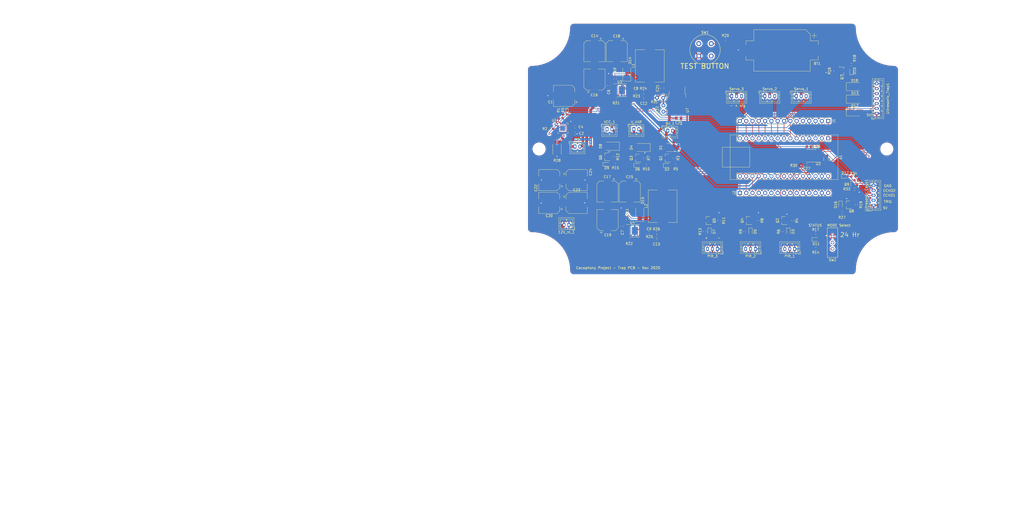
<source format=kicad_pcb>
(kicad_pcb (version 20171130) (host pcbnew "(5.1.6-0-10_14)")
  (layers (0 F.Cu signal) (31 B.Cu signal) (34 B.Paste user) (35 F.Paste user) (36 B.SilkS user) (37 F.SilkS user) (38 B.Mask user) (39 F.Mask user) (44 Edge.Cuts user))
  (net 0 "")
  (net 1 "Net-(A1-Pad17)")
  (net 2 "Net-(A1-Pad18)")
  (net 3 "Net-(A1-Pad3)")
  (net 4 /PIR_3)
  (net 5 GND)
  (net 6 /6V_1)
  (net 7 /Status_LED)
  (net 8 /3.3V_1)
  (net 9 /Motor_Enable)
  (net 10 /VCC_1)
  (net 11 /Motor_Direction)
  (net 12 /SDA)
  (net 13 /Servo_1)
  (net 14 /SCL)
  (net 15 /Servo_2)
  (net 16 /Test_Button)
  (net 17 /PIR_2)
  (net 18 +5V)
  (net 19 /Servo_3)
  (net 20 "Net-(A1-Pad28)")
  (net 21 "Net-(A1-Pad30)")
  (net 22 /PIR_1)
  (net 23 "Net-(BT1-Pad1)")
  (net 24 "Net-(C3-Pad2)")
  (net 25 "Net-(C4-Pad1)")
  (net 26 "Net-(C4-Pad2)")
  (net 27 "Net-(C5-Pad1)")
  (net 28 VCC)
  (net 29 "Net-(C8-Pad1)")
  (net 30 "Net-(C9-Pad1)")
  (net 31 "Net-(C10-Pad2)")
  (net 32 "Net-(C10-Pad1)")
  (net 33 "Net-(C11-Pad1)")
  (net 34 "Net-(C11-Pad2)")
  (net 35 +6V)
  (net 36 "Net-(D2-Pad2)")
  (net 37 "Net-(D3-Pad1)")
  (net 38 "Net-(D3-Pad2)")
  (net 39 "Net-(D5-Pad2)")
  (net 40 "Net-(D5-Pad1)")
  (net 41 "Net-(D6-Pad2)")
  (net 42 "Net-(D7-Pad1)")
  (net 43 "Net-(D7-Pad2)")
  (net 44 "Net-(D8-Pad2)")
  (net 45 "Net-(D9-Pad2)")
  (net 46 "Net-(D10-Pad2)")
  (net 47 "Net-(D10-Pad1)")
  (net 48 "Net-(D11-Pad2)")
  (net 49 "Net-(D12-Pad2)")
  (net 50 "Net-(M1-Pad2)")
  (net 51 "Net-(M1-Pad1)")
  (net 52 "Net-(R1-Pad1)")
  (net 53 "Net-(R2-Pad1)")
  (net 54 "Net-(R21-Pad1)")
  (net 55 "Net-(R22-Pad1)")
  (net 56 "Net-(R23-Pad2)")
  (net 57 "Net-(R25-Pad2)")
  (net 58 "Net-(R28-Pad1)")
  (net 59 "Net-(SW1-Pad1)")
  (net 60 "Net-(SW1-Pad4)")
  (net 61 "Net-(U1-Pad5)")
  (net 62 "Net-(U1-Pad15)")
  (net 63 "Net-(U2-Pad7)")
  (net 64 "Net-(U2-Pad2)")
  (net 65 "Net-(U2-Pad1)")
  (net 66 "Net-(6V_1-Pad1)")
  (net 67 "Net-(R31-Pad1)")
  (net 68 /6V_ENABLE)
  (net 69 /MODE_SWITCH)
  (net 70 "Net-(D13-Pad2)")
  (net 71 "Net-(D16-Pad2)")
  (net 72 "Net-(D16-Pad1)")
  (net 73 "Net-(D17-Pad2)")
  (net 74 "Net-(D17-Pad1)")
  (net 75 "Net-(D18-Pad2)")
  (net 76 "Net-(SW2-Pad2)")
  (net 77 /ECHO_CAGE2)
  (net 78 /ECHO_CAGE)
  (net 79 /TRIGGER_F1)
  (net 80 /TRIGGER_F2)
  (net 81 /TRIGGER_CAGE)
  (net 82 /ECHO_MAIN)
  (net 83 VDD)
  (net 84 "Net-(D4-Pad2)")
  (module Connector_JST:JST_PH_B2B-PH-K_1x02_P2.00mm_Vertical (layer F.Cu) (at 78.01 118.6 180)
    (fp_text reference 12V_In_1 (at 1 -2.9) (layer F.SilkS))
    (fp_text value Conn_01x02)
    (pad 2 thru_hole oval (at 2 0 180) (size 1.2 1.75) (drill 0.75) (layers *.Cu *.Mask) (net 28 VCC))
    (pad 1 thru_hole roundrect (at 0 0 180) (size 1.2 1.75) (drill 0.75) (layers *.Cu *.Mask) (roundrect_rratio 0.208333) (net 5 GND))
  )
  (module Package_TO_SOT_SMD:TO-252-2 (layer F.Cu) (at 121.55 68.2 270)
    (fp_text reference U7 (at 4.19 -4.18 90) (layer F.SilkS))
    (fp_text value LM317_TO-252)
    (pad 1 smd rect (at -4.2 -2.28 270) (size 2.2 1.2) (layers F.Cu F.Paste F.Mask) (net 67 "Net-(R31-Pad1)"))
    (pad 3 smd rect (at -4.2 2.28 270) (size 2.2 1.2) (layers F.Cu F.Paste F.Mask) (net 35 +6V))
    (pad 2 smd rect (at 2.1 0 270) (size 6.4 5.8) (layers F.Cu F.Mask) (net 83 VDD))
  )
  (module Connector_JST:JST_PH_B2B-PH-K_1x02_P2.00mm_Vertical (layer F.Cu) (at 80.4 87)
    (fp_text reference M1 (at 1 -2.9) (layer F.SilkS))
    (fp_text value Motor_DC)
    (pad 2 thru_hole oval (at 2 0) (size 1.2 1.75) (drill 0.75) (layers *.Cu *.Mask) (net 50 "Net-(M1-Pad2)"))
    (pad 1 thru_hole roundrect (at 0 0) (size 1.2 1.75) (drill 0.75) (layers *.Cu *.Mask) (roundrect_rratio 0.208333) (net 51 "Net-(M1-Pad1)"))
  )
  (module Connector_JST:JST_PH_B3B-PH-K_1x03_P2.00mm_Vertical (layer F.Cu) (at 143.51 66.675)
    (fp_text reference Servo_3 (at 2 -2.9) (layer F.SilkS))
    (fp_text value Conn_01x03)
    (pad 3 thru_hole oval (at 4 0) (size 1.2 1.75) (drill 0.75) (layers *.Cu *.Mask) (net 19 /Servo_3))
    (pad 2 thru_hole oval (at 2 0) (size 1.2 1.75) (drill 0.75) (layers *.Cu *.Mask) (net 35 +6V))
    (pad 1 thru_hole roundrect (at 0 0) (size 1.2 1.75) (drill 0.75) (layers *.Cu *.Mask) (roundrect_rratio 0.208333) (net 5 GND))
  )
  (module Connector_JST:JST_PH_B3B-PH-K_1x03_P2.00mm_Vertical (layer F.Cu) (at 156.845 66.675)
    (fp_text reference Servo_2 (at 2 -2.9) (layer F.SilkS))
    (fp_text value Conn_01x03)
    (pad 3 thru_hole oval (at 4 0) (size 1.2 1.75) (drill 0.75) (layers *.Cu *.Mask) (net 15 /Servo_2))
    (pad 2 thru_hole oval (at 2 0) (size 1.2 1.75) (drill 0.75) (layers *.Cu *.Mask) (net 35 +6V))
    (pad 1 thru_hole roundrect (at 0 0) (size 1.2 1.75) (drill 0.75) (layers *.Cu *.Mask) (roundrect_rratio 0.208333) (net 5 GND))
  )
  (module Connector_JST:JST_PH_B3B-PH-K_1x03_P2.00mm_Vertical (layer F.Cu) (at 169.545 66.675)
    (fp_text reference Servo_1 (at 2 -2.9) (layer F.SilkS))
    (fp_text value Conn_01x03)
    (pad 3 thru_hole oval (at 4 0) (size 1.2 1.75) (drill 0.75) (layers *.Cu *.Mask) (net 13 /Servo_1))
    (pad 2 thru_hole oval (at 2 0) (size 1.2 1.75) (drill 0.75) (layers *.Cu *.Mask) (net 35 +6V))
    (pad 1 thru_hole roundrect (at 0 0) (size 1.2 1.75) (drill 0.75) (layers *.Cu *.Mask) (roundrect_rratio 0.208333) (net 5 GND))
  )
  (module Resistor_SMD:R_0603_1608Metric (layer F.Cu) (at 184.15 56.515 270)
    (fp_text reference R16 (at 0 1.27 90) (layer F.SilkS))
    (fp_text value 100K)
    (pad 2 smd roundrect (at 0.825 0 270) (size 0.8 0.95) (layers F.Cu F.Paste F.Mask) (net 5 GND))
    (pad 1 smd roundrect (at -0.825 0 270) (size 0.8 0.95) (layers F.Cu F.Paste F.Mask) (net 82 /ECHO_MAIN))
  )
  (module Connector_JST:JST_PH_B2B-PH-K_1x02_P2.00mm_Vertical (layer F.Cu) (at 93.345 80.01)
    (fp_text reference VCC_1 (at 1 -2.9) (layer F.SilkS))
    (fp_text value "CONN HEADER VERT 2POS 2MM")
    (pad 2 thru_hole oval (at 2 0) (size 1.2 1.75) (drill 0.75) (layers *.Cu *.Mask) (net 28 VCC))
    (pad 1 thru_hole roundrect (at 0 0) (size 1.2 1.75) (drill 0.75) (layers *.Cu *.Mask) (roundrect_rratio 0.208333) (net 44 "Net-(D8-Pad2)"))
  )
  (module Connector_JST:JST_PH_B7B-PH-K_1x07_P2.00mm_Vertical (layer F.Cu) (at 201.93 73.66 90)
    (fp_text reference Ultrasonic_Trap1 (at 6 4.445 90) (layer F.SilkS))
    (fp_text value Conn_01x07)
    (pad 7 thru_hole oval (at 12 0 90) (size 1.2 1.75) (drill 0.75) (layers *.Cu *.Mask) (net 5 GND))
    (pad 6 thru_hole oval (at 10 0 90) (size 1.2 1.75) (drill 0.75) (layers *.Cu *.Mask) (net 75 "Net-(D18-Pad2)"))
    (pad 5 thru_hole oval (at 8 0 90) (size 1.2 1.75) (drill 0.75) (layers *.Cu *.Mask) (net 80 /TRIGGER_F2))
    (pad 4 thru_hole oval (at 6 0 90) (size 1.2 1.75) (drill 0.75) (layers *.Cu *.Mask) (net 70 "Net-(D13-Pad2)"))
    (pad 3 thru_hole oval (at 4 0 90) (size 1.2 1.75) (drill 0.75) (layers *.Cu *.Mask) (net 49 "Net-(D12-Pad2)"))
    (pad 2 thru_hole oval (at 2 0 90) (size 1.2 1.75) (drill 0.75) (layers *.Cu *.Mask) (net 79 /TRIGGER_F1))
    (pad 1 thru_hole roundrect (at 0 0 90) (size 1.2 1.75) (drill 0.75) (layers *.Cu *.Mask) (roundrect_rratio 0.208333) (net 18 +5V))
  )
  (module Connector_JST:JST_PH_B5B-PH-K_1x05_P2.00mm_Vertical (layer F.Cu) (at 200.66 110.68 90)
    (fp_text reference Ultrasonic_Cage1 (at 4 -2.9 90) (layer F.SilkS))
    (fp_text value Conn_01x05)
    (pad 5 thru_hole oval (at 8 0 90) (size 1.2 1.75) (drill 0.75) (layers *.Cu *.Mask) (net 5 GND))
    (pad 4 thru_hole oval (at 6 0 90) (size 1.2 1.75) (drill 0.75) (layers *.Cu *.Mask) (net 77 /ECHO_CAGE2))
    (pad 3 thru_hole oval (at 4 0 90) (size 1.2 1.75) (drill 0.75) (layers *.Cu *.Mask) (net 78 /ECHO_CAGE))
    (pad 2 thru_hole oval (at 2 0 90) (size 1.2 1.75) (drill 0.75) (layers *.Cu *.Mask) (net 81 /TRIGGER_CAGE))
    (pad 1 thru_hole roundrect (at 0 0 90) (size 1.2 1.75) (drill 0.75) (layers *.Cu *.Mask) (roundrect_rratio 0.208333) (net 18 +5V))
  )
  (module Connector_JST:JST_PH_B3B-PH-K_1x03_P2.00mm_Vertical (layer F.Cu) (at 137.795 128.27 180)
    (fp_text reference PIR_3 (at 2 -2.9) (layer F.SilkS))
    (fp_text value Conn_01x03)
    (pad 3 thru_hole oval (at 4 0 180) (size 1.2 1.75) (drill 0.75) (layers *.Cu *.Mask) (net 4 /PIR_3))
    (pad 2 thru_hole oval (at 2 0 180) (size 1.2 1.75) (drill 0.75) (layers *.Cu *.Mask) (net 18 +5V))
    (pad 1 thru_hole roundrect (at 0 0 180) (size 1.2 1.75) (drill 0.75) (layers *.Cu *.Mask) (roundrect_rratio 0.208333) (net 5 GND))
  )
  (module Connector_JST:JST_PH_B3B-PH-K_1x03_P2.00mm_Vertical (layer F.Cu) (at 153.13 128.27 180)
    (fp_text reference PIR_2 (at 2 -2.9) (layer F.SilkS))
    (fp_text value Conn_01x03)
    (pad 3 thru_hole oval (at 4 0 180) (size 1.2 1.75) (drill 0.75) (layers *.Cu *.Mask) (net 17 /PIR_2))
    (pad 2 thru_hole oval (at 2 0 180) (size 1.2 1.75) (drill 0.75) (layers *.Cu *.Mask) (net 18 +5V))
    (pad 1 thru_hole roundrect (at 0 0 180) (size 1.2 1.75) (drill 0.75) (layers *.Cu *.Mask) (roundrect_rratio 0.208333) (net 5 GND))
  )
  (module Connector_JST:JST_PH_B3B-PH-K_1x03_P2.00mm_Vertical (layer F.Cu) (at 168.91 128.27 180)
    (fp_text reference PIR_1 (at 2 -2.9) (layer F.SilkS))
    (fp_text value Conn_01x03)
    (pad 3 thru_hole oval (at 4 0 180) (size 1.2 1.75) (drill 0.75) (layers *.Cu *.Mask) (net 22 /PIR_1))
    (pad 2 thru_hole oval (at 2 0 180) (size 1.2 1.75) (drill 0.75) (layers *.Cu *.Mask) (net 18 +5V))
    (pad 1 thru_hole roundrect (at 0 0 180) (size 1.2 1.75) (drill 0.75) (layers *.Cu *.Mask) (roundrect_rratio 0.208333) (net 5 GND))
  )
  (module Connector_JST:JST_PH_B2B-PH-K_1x02_P2.00mm_Vertical (layer F.Cu) (at 117.75 80.65)
    (fp_text reference 6V_1 (at 1 -2.9) (layer F.SilkS))
    (fp_text value "CONN HEADER VERT 2POS 2MM")
    (pad 2 thru_hole oval (at 2 0) (size 1.2 1.75) (drill 0.75) (layers *.Cu *.Mask) (net 35 +6V))
    (pad 1 thru_hole roundrect (at 0 0) (size 1.2 1.75) (drill 0.75) (layers *.Cu *.Mask) (roundrect_rratio 0.208333) (net 66 "Net-(6V_1-Pad1)"))
  )
  (module Connector_JST:JST_PH_B2B-PH-K_1x02_P2.00mm_Vertical (layer F.Cu) (at 104.14 80.01)
    (fp_text reference V_VAR (at 1 -2.9) (layer F.SilkS))
    (fp_text value "CONN HEADER VERT 2POS 2MM")
    (pad 2 thru_hole oval (at 2 0) (size 1.2 1.75) (drill 0.75) (layers *.Cu *.Mask) (net 83 VDD))
    (pad 1 thru_hole roundrect (at 0 0) (size 1.2 1.75) (drill 0.75) (layers *.Cu *.Mask) (roundrect_rratio 0.208333) (net 84 "Net-(D4-Pad2)"))
  )
  (module Module:Arduino_Nano (layer F.Cu) (at 182.4 83.7 270)
    (fp_text reference A1 (at 7.62 -5.08 90) (layer F.SilkS))
    (fp_text value Arduino_Nano_v3.x)
    (pad 1 thru_hole rect (at 0 0 270) (size 1.6 1.6) (drill 1) (layers *.Cu *.Mask) (net 77 /ECHO_CAGE2))
    (pad 17 thru_hole oval (at 15.24 33.02 270) (size 1.6 1.6) (drill 1) (layers *.Cu *.Mask) (net 1 "Net-(A1-Pad17)"))
    (pad 2 thru_hole oval (at 0 2.54 270) (size 1.6 1.6) (drill 1) (layers *.Cu *.Mask) (net 78 /ECHO_CAGE))
    (pad 18 thru_hole oval (at 15.24 30.48 270) (size 1.6 1.6) (drill 1) (layers *.Cu *.Mask) (net 2 "Net-(A1-Pad18)"))
    (pad 3 thru_hole oval (at 0 5.08 270) (size 1.6 1.6) (drill 1) (layers *.Cu *.Mask) (net 3 "Net-(A1-Pad3)"))
    (pad 19 thru_hole oval (at 15.24 27.94 270) (size 1.6 1.6) (drill 1) (layers *.Cu *.Mask) (net 68 /6V_ENABLE))
    (pad 4 thru_hole oval (at 0 7.62 270) (size 1.6 1.6) (drill 1) (layers *.Cu *.Mask) (net 5 GND))
    (pad 20 thru_hole oval (at 15.24 25.4 270) (size 1.6 1.6) (drill 1) (layers *.Cu *.Mask) (net 10 /VCC_1))
    (pad 5 thru_hole oval (at 0 10.16 270) (size 1.6 1.6) (drill 1) (layers *.Cu *.Mask) (net 22 /PIR_1))
    (pad 21 thru_hole oval (at 15.24 22.86 270) (size 1.6 1.6) (drill 1) (layers *.Cu *.Mask) (net 8 /3.3V_1))
    (pad 6 thru_hole oval (at 0 12.7 270) (size 1.6 1.6) (drill 1) (layers *.Cu *.Mask) (net 9 /Motor_Enable))
    (pad 22 thru_hole oval (at 15.24 20.32 270) (size 1.6 1.6) (drill 1) (layers *.Cu *.Mask) (net 6 /6V_1))
    (pad 7 thru_hole oval (at 0 15.24 270) (size 1.6 1.6) (drill 1) (layers *.Cu *.Mask) (net 11 /Motor_Direction))
    (pad 23 thru_hole oval (at 15.24 17.78 270) (size 1.6 1.6) (drill 1) (layers *.Cu *.Mask) (net 12 /SDA))
    (pad 8 thru_hole oval (at 0 17.78 270) (size 1.6 1.6) (drill 1) (layers *.Cu *.Mask) (net 13 /Servo_1))
    (pad 24 thru_hole oval (at 15.24 15.24 270) (size 1.6 1.6) (drill 1) (layers *.Cu *.Mask) (net 14 /SCL))
    (pad 9 thru_hole oval (at 0 20.32 270) (size 1.6 1.6) (drill 1) (layers *.Cu *.Mask) (net 15 /Servo_2))
    (pad 25 thru_hole oval (at 15.24 12.7 270) (size 1.6 1.6) (drill 1) (layers *.Cu *.Mask) (net 16 /Test_Button))
    (pad 10 thru_hole oval (at 0 22.86 270) (size 1.6 1.6) (drill 1) (layers *.Cu *.Mask) (net 17 /PIR_2))
    (pad 26 thru_hole oval (at 15.24 10.16 270) (size 1.6 1.6) (drill 1) (layers *.Cu *.Mask) (net 69 /MODE_SWITCH))
    (pad 11 thru_hole oval (at 0 25.4 270) (size 1.6 1.6) (drill 1) (layers *.Cu *.Mask) (net 79 /TRIGGER_F1))
    (pad 27 thru_hole oval (at 15.24 7.62 270) (size 1.6 1.6) (drill 1) (layers *.Cu *.Mask) (net 18 +5V))
    (pad 12 thru_hole oval (at 0 27.94 270) (size 1.6 1.6) (drill 1) (layers *.Cu *.Mask) (net 80 /TRIGGER_F2))
    (pad 28 thru_hole oval (at 15.24 5.08 270) (size 1.6 1.6) (drill 1) (layers *.Cu *.Mask) (net 20 "Net-(A1-Pad28)"))
    (pad 13 thru_hole oval (at 0 30.48 270) (size 1.6 1.6) (drill 1) (layers *.Cu *.Mask) (net 19 /Servo_3))
    (pad 29 thru_hole oval (at 15.24 2.54 270) (size 1.6 1.6) (drill 1) (layers *.Cu *.Mask) (net 5 GND))
    (pad 14 thru_hole oval (at 0 33.02 270) (size 1.6 1.6) (drill 1) (layers *.Cu *.Mask) (net 81 /TRIGGER_CAGE))
    (pad 30 thru_hole oval (at 15.24 0 270) (size 1.6 1.6) (drill 1) (layers *.Cu *.Mask) (net 21 "Net-(A1-Pad30)"))
    (pad 15 thru_hole oval (at 0 35.56 270) (size 1.6 1.6) (drill 1) (layers *.Cu *.Mask) (net 82 /ECHO_MAIN))
    (pad 16 thru_hole oval (at 15.24 35.56 270) (size 1.6 1.6) (drill 1) (layers *.Cu *.Mask) (net 4 /PIR_3))
  )
  (module trap-pcb:EG1218 (layer F.Cu) (at 184.15 123.23)
    (fp_text reference SW2 (at 0 9.485) (layer F.SilkS))
    (fp_text value EG1218 hide)
    (fp_text user * (at -2.5019 0) (layer F.SilkS))
    (fp_text user * (at -2.5019 0) (layer F.SilkS))
    (pad 3 thru_hole circle (at 0 5) (size 1.397 1.397) (drill 0.889) (layers *.Cu *.Mask) (net 69 /MODE_SWITCH))
    (pad 2 thru_hole circle (at 0 2.5) (size 1.397 1.397) (drill 0.889) (layers *.Cu *.Mask) (net 76 "Net-(SW2-Pad2)"))
    (pad 1 thru_hole circle (at 0 0) (size 1.397 1.397) (drill 0.889) (layers *.Cu *.Mask) (net 18 +5V))
  )
  (module Package_TO_SOT_SMD:SOT-23 (layer F.Cu) (at 193.04 101.6 90)
    (fp_text reference Q9 (at -0.635 -3.175) (layer F.SilkS))
    (fp_text value Q_NMOS_GSD)
    (pad 3 smd rect (at 1 0 90) (size 0.9 0.8) (layers F.Cu F.Paste F.Mask) (net 74 "Net-(D17-Pad1)"))
    (pad 2 smd rect (at -1 0.95 90) (size 0.9 0.8) (layers F.Cu F.Paste F.Mask) (net 5 GND))
    (pad 1 smd rect (at -1 -0.95 90) (size 0.9 0.8) (layers F.Cu F.Paste F.Mask) (net 77 /ECHO_CAGE2))
  )
  (module Package_TO_SOT_SMD:SOT-23 (layer F.Cu) (at 190.5 110.49 180)
    (fp_text reference Q8 (at -1.27 -2.54) (layer F.SilkS))
    (fp_text value Q_NMOS_GSD)
    (pad 3 smd rect (at 1 0 180) (size 0.9 0.8) (layers F.Cu F.Paste F.Mask) (net 72 "Net-(D16-Pad1)"))
    (pad 2 smd rect (at -1 0.95 180) (size 0.9 0.8) (layers F.Cu F.Paste F.Mask) (net 5 GND))
    (pad 1 smd rect (at -1 -0.95 180) (size 0.9 0.8) (layers F.Cu F.Paste F.Mask) (net 78 /ECHO_CAGE))
  )
  (module Package_TO_SOT_SMD:SOT-23 (layer F.Cu) (at 187.96 56.515)
    (fp_text reference Q7 (at 0 2.54 90) (layer F.SilkS))
    (fp_text value Q_NMOS_GSD)
    (pad 3 smd rect (at 1 0) (size 0.9 0.8) (layers F.Cu F.Paste F.Mask) (net 47 "Net-(D10-Pad1)"))
    (pad 2 smd rect (at -1 0.95) (size 0.9 0.8) (layers F.Cu F.Paste F.Mask) (net 5 GND))
    (pad 1 smd rect (at -1 -0.95) (size 0.9 0.8) (layers F.Cu F.Paste F.Mask) (net 82 /ECHO_MAIN))
  )
  (module Resistor_SMD:R_0603_1608Metric (layer F.Cu) (at 192.595 99.06 180)
    (fp_text reference R34 (at 0 1.27) (layer F.SilkS))
    (fp_text value 470R)
    (pad 2 smd roundrect (at 0.825 0 180) (size 0.8 0.95) (layers F.Cu F.Paste F.Mask) (net 73 "Net-(D17-Pad2)"))
    (pad 1 smd roundrect (at -0.825 0 180) (size 0.8 0.95) (layers F.Cu F.Paste F.Mask) (net 18 +5V))
  )
  (module Resistor_SMD:R_0603_1608Metric (layer F.Cu) (at 193.04 104.14)
    (fp_text reference R33 (at -3.175 0) (layer F.SilkS))
    (fp_text value 100K)
    (pad 2 smd roundrect (at 0.825 0) (size 0.8 0.95) (layers F.Cu F.Paste F.Mask) (net 5 GND))
    (pad 1 smd roundrect (at -0.825 0) (size 0.8 0.95) (layers F.Cu F.Paste F.Mask) (net 77 /ECHO_CAGE2))
  )
  (module Resistor_SMD:R_0603_1608Metric (layer F.Cu) (at 187.96 113.665 180)
    (fp_text reference R27 (at 0 -1.905) (layer F.SilkS))
    (fp_text value 470R)
    (pad 2 smd roundrect (at 0.825 0 180) (size 0.8 0.95) (layers F.Cu F.Paste F.Mask) (net 71 "Net-(D16-Pad2)"))
    (pad 1 smd roundrect (at -0.825 0 180) (size 0.8 0.95) (layers F.Cu F.Paste F.Mask) (net 18 +5V))
  )
  (module Resistor_SMD:R_0603_1608Metric (layer F.Cu) (at 193.675 110.49 90)
    (fp_text reference R19 (at 0 1.905 90) (layer F.SilkS))
    (fp_text value 100K)
    (pad 2 smd roundrect (at 0.825 0 90) (size 0.8 0.95) (layers F.Cu F.Paste F.Mask) (net 5 GND))
    (pad 1 smd roundrect (at -0.825 0 90) (size 0.8 0.95) (layers F.Cu F.Paste F.Mask) (net 78 /ECHO_CAGE))
  )
  (module Resistor_SMD:R_0603_1608Metric (layer F.Cu) (at 191.77 53.975)
    (fp_text reference R18 (at 1.27 -2.54 90) (layer F.SilkS))
    (fp_text value 470R)
    (pad 2 smd roundrect (at 0.825 0) (size 0.8 0.95) (layers F.Cu F.Paste F.Mask) (net 46 "Net-(D10-Pad2)"))
    (pad 1 smd roundrect (at -0.825 0) (size 0.8 0.95) (layers F.Cu F.Paste F.Mask) (net 18 +5V))
  )
  (module Resistor_SMD:R_0603_1608Metric (layer F.Cu) (at 177.355 128.27 180)
    (fp_text reference R14 (at 0 -1.43) (layer F.SilkS))
    (fp_text value 470R)
    (pad 2 smd roundrect (at 0.825 0 180) (size 0.8 0.95) (layers F.Cu F.Paste F.Mask) (net 5 GND))
    (pad 1 smd roundrect (at -0.825 0 180) (size 0.8 0.95) (layers F.Cu F.Paste F.Mask) (net 69 /MODE_SWITCH))
  )
  (module Diode_SMD:D_SMA (layer F.Cu) (at 193.04 62.865)
    (fp_text reference D18 (at 0 -2.5) (layer F.SilkS))
    (fp_text value D)
    (pad 2 smd rect (at 2 0) (size 2.5 1.8) (layers F.Cu F.Paste F.Mask) (net 75 "Net-(D18-Pad2)"))
    (pad 1 smd rect (at -2 0) (size 2.5 1.8) (layers F.Cu F.Paste F.Mask) (net 82 /ECHO_MAIN))
  )
  (module LED_SMD:LED_0603_1608Metric (layer F.Cu) (at 189.23 99.06)
    (fp_text reference D17 (at 0 -1.43) (layer F.SilkS))
    (fp_text value LED)
    (pad 2 smd roundrect (at 0.7875 0) (size 0.875 0.95) (layers F.Cu F.Paste F.Mask) (net 73 "Net-(D17-Pad2)"))
    (pad 1 smd roundrect (at -0.7875 0) (size 0.875 0.95) (layers F.Cu F.Paste F.Mask) (net 74 "Net-(D17-Pad1)"))
  )
  (module LED_SMD:LED_0603_1608Metric (layer F.Cu) (at 187.325 110.49 270)
    (fp_text reference D16 (at 0 1.905 90) (layer F.SilkS))
    (fp_text value LED)
    (pad 2 smd roundrect (at 0.7875 0 270) (size 0.875 0.95) (layers F.Cu F.Paste F.Mask) (net 71 "Net-(D16-Pad2)"))
    (pad 1 smd roundrect (at -0.7875 0 270) (size 0.875 0.95) (layers F.Cu F.Paste F.Mask) (net 72 "Net-(D16-Pad1)"))
  )
  (module Diode_SMD:D_SMA (layer F.Cu) (at 193.135 67.945)
    (fp_text reference D13 (at 0 -2.5) (layer F.SilkS))
    (fp_text value D)
    (pad 2 smd rect (at 2 0) (size 2.5 1.8) (layers F.Cu F.Paste F.Mask) (net 70 "Net-(D13-Pad2)"))
    (pad 1 smd rect (at -2 0) (size 2.5 1.8) (layers F.Cu F.Paste F.Mask) (net 82 /ECHO_MAIN))
  )
  (module Diode_SMD:D_SMA (layer F.Cu) (at 193.135 73.025)
    (fp_text reference D12 (at 0 -2.5) (layer F.SilkS))
    (fp_text value D)
    (pad 2 smd rect (at 2 0) (size 2.5 1.8) (layers F.Cu F.Paste F.Mask) (net 49 "Net-(D12-Pad2)"))
    (pad 1 smd rect (at -2 0) (size 2.5 1.8) (layers F.Cu F.Paste F.Mask) (net 82 /ECHO_MAIN))
  )
  (module LED_SMD:LED_0603_1608Metric (layer F.Cu) (at 191.77 56.515 90)
    (fp_text reference D10 (at 0 1.27 90) (layer F.SilkS))
    (fp_text value LED)
    (pad 2 smd roundrect (at 0.7875 0 90) (size 0.875 0.95) (layers F.Cu F.Paste F.Mask) (net 46 "Net-(D10-Pad2)"))
    (pad 1 smd roundrect (at -0.7875 0 90) (size 0.875 0.95) (layers F.Cu F.Paste F.Mask) (net 47 "Net-(D10-Pad1)"))
  )
  (module Battery:BatteryHolder_Keystone_1060_1x2032 (layer F.Cu) (at 163.83 48.26 180)
    (fp_text reference BT1 (at -14.125 -5.3) (layer F.SilkS))
    (fp_text value Battery_Cell)
    (pad 2 smd rect (at 14.65 0) (size 2.6 3.6) (layers F.Cu F.Paste F.Mask) (net 5 GND))
    (pad 1 smd rect (at -14.65 0) (size 2.6 3.6) (layers F.Cu F.Paste F.Mask) (net 23 "Net-(BT1-Pad1)"))
  )
  (module Capacitor_SMD:CP_Elec_8x10 (layer F.Cu) (at 76.05 66.6 180)
    (fp_text reference C1 (at 5.5 -2.5 180) (layer F.SilkS))
    (fp_text value 220uF)
    (pad 1 smd roundrect (at -3.25 0 180) (size 3.5 2.5) (layers F.Cu F.Paste F.Mask) (roundrect_rratio 0.1) (net 28 VCC))
    (pad 2 smd roundrect (at 3.25 0 180) (size 3.5 2.5) (layers F.Cu F.Paste F.Mask) (roundrect_rratio 0.1) (net 5 GND))
  )
  (module Capacitor_SMD:C_0603_1608Metric (layer F.Cu) (at 80.5125 81.7)
    (fp_text reference C2 (at 2.5 0) (layer F.SilkS))
    (fp_text value 0.1uF)
    (pad 1 smd roundrect (at -0.7875 0) (size 0.875 0.95) (layers F.Cu F.Paste F.Mask) (net 28 VCC))
    (pad 2 smd roundrect (at 0.7875 0) (size 0.875 0.95) (layers F.Cu F.Paste F.Mask) (net 5 GND))
  )
  (module Capacitor_SMD:C_0603_1608Metric (layer F.Cu) (at 77.3 74.85 270)
    (fp_text reference C3 (at -2.4625 0 90) (layer F.SilkS))
    (fp_text value 0.1uF)
    (pad 2 smd roundrect (at 0.7875 0 270) (size 0.875 0.95) (layers F.Cu F.Paste F.Mask) (net 24 "Net-(C3-Pad2)"))
    (pad 1 smd roundrect (at -0.7875 0 270) (size 0.875 0.95) (layers F.Cu F.Paste F.Mask) (net 28 VCC))
  )
  (module Capacitor_SMD:C_0603_1608Metric (layer F.Cu) (at 80.3 79.1 180)
    (fp_text reference C4 (at -2.5 0) (layer F.SilkS))
    (fp_text value 0.1uF)
    (pad 1 smd roundrect (at -0.7875 0 180) (size 0.875 0.95) (layers F.Cu F.Paste F.Mask) (net 25 "Net-(C4-Pad1)"))
    (pad 2 smd roundrect (at 0.7875 0 180) (size 0.875 0.95) (layers F.Cu F.Paste F.Mask) (net 26 "Net-(C4-Pad2)"))
  )
  (module Capacitor_SMD:C_0603_1608Metric (layer F.Cu) (at 75.55 74.85 90)
    (fp_text reference C5 (at 2.5 0 90) (layer F.SilkS))
    (fp_text value 0.22uF)
    (pad 2 smd roundrect (at 0.7875 0 90) (size 0.875 0.95) (layers F.Cu F.Paste F.Mask) (net 5 GND))
    (pad 1 smd roundrect (at -0.7875 0 90) (size 0.875 0.95) (layers F.Cu F.Paste F.Mask) (net 27 "Net-(C5-Pad1)"))
  )
  (module Capacitor_SMD:C_0603_1608Metric (layer F.Cu) (at 94 62.4 90)
    (fp_text reference C6 (at -2.6 0 90) (layer F.SilkS))
    (fp_text value 4.7uF)
    (pad 1 smd roundrect (at -0.7875 0 90) (size 0.875 0.95) (layers F.Cu F.Paste F.Mask) (net 28 VCC))
    (pad 2 smd roundrect (at 0.7875 0 90) (size 0.875 0.95) (layers F.Cu F.Paste F.Mask) (net 5 GND))
  )
  (module Capacitor_SMD:C_0603_1608Metric (layer F.Cu) (at 99.44 119.1725 90)
    (fp_text reference C7 (at -2.4875 0.1 90) (layer F.SilkS))
    (fp_text value 4.7uF)
    (pad 2 smd roundrect (at 0.7875 0 90) (size 0.875 0.95) (layers F.Cu F.Paste F.Mask) (net 5 GND))
    (pad 1 smd roundrect (at -0.7875 0 90) (size 0.875 0.95) (layers F.Cu F.Paste F.Mask) (net 28 VCC))
  )
  (module Capacitor_SMD:C_0603_1608Metric (layer F.Cu) (at 105 65)
    (fp_text reference C8 (at 0 -1.43) (layer F.SilkS))
    (fp_text value 47nF)
    (pad 1 smd roundrect (at -0.7875 0) (size 0.875 0.95) (layers F.Cu F.Paste F.Mask) (net 29 "Net-(C8-Pad1)"))
    (pad 2 smd roundrect (at 0.7875 0) (size 0.875 0.95) (layers F.Cu F.Paste F.Mask) (net 5 GND))
  )
  (module Capacitor_SMD:C_0603_1608Metric (layer F.Cu) (at 110.24 121.66)
    (fp_text reference C9 (at 0 -1.43) (layer F.SilkS))
    (fp_text value 47nF)
    (pad 1 smd roundrect (at -0.7875 0) (size 0.875 0.95) (layers F.Cu F.Paste F.Mask) (net 30 "Net-(C9-Pad1)"))
    (pad 2 smd roundrect (at 0.7875 0) (size 0.875 0.95) (layers F.Cu F.Paste F.Mask) (net 5 GND))
  )
  (module Capacitor_SMD:C_0603_1608Metric (layer F.Cu) (at 96.5 59.6875 270)
    (fp_text reference C10 (at -3.0875 0 90) (layer F.SilkS))
    (fp_text value 100nF)
    (pad 2 smd roundrect (at 0.7875 0 270) (size 0.875 0.95) (layers F.Cu F.Paste F.Mask) (net 31 "Net-(C10-Pad2)"))
    (pad 1 smd roundrect (at -0.7875 0 270) (size 0.875 0.95) (layers F.Cu F.Paste F.Mask) (net 32 "Net-(C10-Pad1)"))
  )
  (module Capacitor_SMD:C_0603_1608Metric (layer F.Cu) (at 101.54 116.36 270)
    (fp_text reference C11 (at -3 0.1 90) (layer F.SilkS))
    (fp_text value 100nF)
    (pad 1 smd roundrect (at -0.7875 0 270) (size 0.875 0.95) (layers F.Cu F.Paste F.Mask) (net 33 "Net-(C11-Pad1)"))
    (pad 2 smd roundrect (at 0.7875 0 270) (size 0.875 0.95) (layers F.Cu F.Paste F.Mask) (net 34 "Net-(C11-Pad2)"))
  )
  (module Capacitor_SMD:C_0603_1608Metric (layer F.Cu) (at 108.1 68.2 180)
    (fp_text reference C12 (at 0 -1.43) (layer F.SilkS))
    (fp_text value 1uF)
    (pad 1 smd roundrect (at -0.7875 0 180) (size 0.875 0.95) (layers F.Cu F.Paste F.Mask) (net 35 +6V))
    (pad 2 smd roundrect (at 0.7875 0 180) (size 0.875 0.95) (layers F.Cu F.Paste F.Mask) (net 5 GND))
  )
  (module Capacitor_SMD:C_0603_1608Metric (layer F.Cu) (at 113.3525 124.86 180)
    (fp_text reference C13 (at 0.1 -1.5) (layer F.SilkS))
    (fp_text value 1uF)
    (pad 2 smd roundrect (at 0.7875 0 180) (size 0.875 0.95) (layers F.Cu F.Paste F.Mask) (net 5 GND))
    (pad 1 smd roundrect (at -0.7875 0 180) (size 0.875 0.95) (layers F.Cu F.Paste F.Mask) (net 18 +5V))
  )
  (module Capacitor_SMD:CP_Elec_8x10 (layer F.Cu) (at 88.3 48.55 270)
    (fp_text reference C14 (at -6.15 -0.1 180) (layer F.SilkS))
    (fp_text value 220uF)
    (pad 1 smd roundrect (at -3.25 0 270) (size 3.5 2.5) (layers F.Cu F.Paste F.Mask) (roundrect_rratio 0.1) (net 35 +6V))
    (pad 2 smd roundrect (at 3.25 0 270) (size 3.5 2.5) (layers F.Cu F.Paste F.Mask) (roundrect_rratio 0.1) (net 5 GND))
  )
  (module Capacitor_SMD:CP_Elec_8x10 (layer F.Cu) (at 102.54 105.16 270)
    (fp_text reference C15 (at -5.95 0.1 180) (layer F.SilkS))
    (fp_text value 220uF)
    (pad 2 smd roundrect (at 3.25 0 270) (size 3.5 2.5) (layers F.Cu F.Paste F.Mask) (roundrect_rratio 0.1) (net 5 GND))
    (pad 1 smd roundrect (at -3.25 0 270) (size 3.5 2.5) (layers F.Cu F.Paste F.Mask) (roundrect_rratio 0.1) (net 18 +5V))
  )
  (module Capacitor_SMD:CP_Elec_8x10 (layer F.Cu) (at 88.3 60 90)
    (fp_text reference C16 (at -6.2 -0.1 180) (layer F.SilkS))
    (fp_text value 220uF)
    (pad 2 smd roundrect (at 3.25 0 90) (size 3.5 2.5) (layers F.Cu F.Paste F.Mask) (roundrect_rratio 0.1) (net 5 GND))
    (pad 1 smd roundrect (at -3.25 0 90) (size 3.5 2.5) (layers F.Cu F.Paste F.Mask) (roundrect_rratio 0.1) (net 35 +6V))
  )
  (module Capacitor_SMD:CP_Elec_8x10 (layer F.Cu) (at 93.54 105.16 270)
    (fp_text reference C17 (at -5.95 0.1 180) (layer F.SilkS))
    (fp_text value 220uF)
    (pad 1 smd roundrect (at -3.25 0 270) (size 3.5 2.5) (layers F.Cu F.Paste F.Mask) (roundrect_rratio 0.1) (net 18 +5V))
    (pad 2 smd roundrect (at 3.25 0 270) (size 3.5 2.5) (layers F.Cu F.Paste F.Mask) (roundrect_rratio 0.1) (net 5 GND))
  )
  (module Capacitor_SMD:CP_Elec_8x10 (layer F.Cu) (at 97.3 48.55 270)
    (fp_text reference C18 (at -6.05 0.1 180) (layer F.SilkS))
    (fp_text value 220uF)
    (pad 1 smd roundrect (at -3.25 0 270) (size 3.5 2.5) (layers F.Cu F.Paste F.Mask) (roundrect_rratio 0.1) (net 35 +6V))
    (pad 2 smd roundrect (at 3.25 0 270) (size 3.5 2.5) (layers F.Cu F.Paste F.Mask) (roundrect_rratio 0.1) (net 5 GND))
  )
  (module Capacitor_SMD:CP_Elec_8x10 (layer F.Cu) (at 93.54 116.66 90)
    (fp_text reference C19 (at -6 0.1 180) (layer F.SilkS))
    (fp_text value 220uF)
    (pad 2 smd roundrect (at 3.25 0 90) (size 3.5 2.5) (layers F.Cu F.Paste F.Mask) (roundrect_rratio 0.1) (net 5 GND))
    (pad 1 smd roundrect (at -3.25 0 90) (size 3.5 2.5) (layers F.Cu F.Paste F.Mask) (roundrect_rratio 0.1) (net 18 +5V))
  )
  (module Capacitor_SMD:CP_Elec_8x10 (layer F.Cu) (at 70.06 109.7 180)
    (fp_text reference C20 (at 0 -5.2) (layer F.SilkS))
    (fp_text value 220uF)
    (pad 2 smd roundrect (at 3.25 0 180) (size 3.5 2.5) (layers F.Cu F.Paste F.Mask) (roundrect_rratio 0.1) (net 5 GND))
    (pad 1 smd roundrect (at -3.25 0 180) (size 3.5 2.5) (layers F.Cu F.Paste F.Mask) (roundrect_rratio 0.1) (net 28 VCC))
  )
  (module Capacitor_SMD:C_0805_2012Metric (layer F.Cu) (at 115.57 63.5 270)
    (fp_text reference C21 (at 0 1.905 270) (layer F.SilkS))
    (fp_text value 22uF)
    (pad 2 smd roundrect (at 0.9375 0 270) (size 0.975 1.4) (layers F.Cu F.Paste F.Mask) (net 5 GND))
    (pad 1 smd roundrect (at -0.9375 0 270) (size 0.975 1.4) (layers F.Cu F.Paste F.Mask) (net 35 +6V))
  )
  (module Capacitor_SMD:CP_Elec_8x10 (layer F.Cu) (at 70.11 100.5 180)
    (fp_text reference C22 (at 5.4 -3.2 90) (layer F.SilkS))
    (fp_text value 220uF)
    (pad 1 smd roundrect (at -3.25 0 180) (size 3.5 2.5) (layers F.Cu F.Paste F.Mask) (roundrect_rratio 0.1) (net 28 VCC))
    (pad 2 smd roundrect (at 3.25 0 180) (size 3.5 2.5) (layers F.Cu F.Paste F.Mask) (roundrect_rratio 0.1) (net 5 GND))
  )
  (module Capacitor_SMD:CP_Elec_8x10 (layer F.Cu) (at 81.11 109.7)
    (fp_text reference C23 (at 0 -5.2) (layer F.SilkS))
    (fp_text value 220uF)
    (pad 2 smd roundrect (at 3.25 0) (size 3.5 2.5) (layers F.Cu F.Paste F.Mask) (roundrect_rratio 0.1) (net 5 GND))
    (pad 1 smd roundrect (at -3.25 0) (size 3.5 2.5) (layers F.Cu F.Paste F.Mask) (roundrect_rratio 0.1) (net 28 VCC))
  )
  (module Capacitor_SMD:CP_Elec_8x10 (layer F.Cu) (at 81.11 100.5)
    (fp_text reference C24 (at 5.6 -3.2 270) (layer F.SilkS))
    (fp_text value 220uF)
    (pad 1 smd roundrect (at -3.25 0) (size 3.5 2.5) (layers F.Cu F.Paste F.Mask) (roundrect_rratio 0.1) (net 28 VCC))
    (pad 2 smd roundrect (at 3.25 0) (size 3.5 2.5) (layers F.Cu F.Paste F.Mask) (roundrect_rratio 0.1) (net 5 GND))
  )
  (module Capacitor_SMD:C_0805_2012Metric (layer F.Cu) (at 122.2225 75.565)
    (fp_text reference C25 (at 0 1.905) (layer F.SilkS))
    (fp_text value 22uF)
    (pad 1 smd roundrect (at -0.9375 0) (size 0.975 1.4) (layers F.Cu F.Paste F.Mask) (net 83 VDD))
    (pad 2 smd roundrect (at 0.9375 0) (size 0.975 1.4) (layers F.Cu F.Paste F.Mask) (net 5 GND))
  )
  (module Diode_SMD:D_SMA (layer F.Cu) (at 119.25 87.4 180)
    (fp_text reference D1 (at 4.25 0 270) (layer F.SilkS))
    (fp_text value D)
    (pad 1 smd rect (at -2 0 180) (size 2.5 1.8) (layers F.Cu F.Paste F.Mask) (net 35 +6V))
    (pad 2 smd rect (at 2 0 180) (size 2.5 1.8) (layers F.Cu F.Paste F.Mask) (net 66 "Net-(6V_1-Pad1)"))
  )
  (module LED_SMD:LED_0603_1608Metric (layer F.Cu) (at 117.5 94.65)
    (fp_text reference D2 (at 0 1.5) (layer F.SilkS))
    (fp_text value LED)
    (pad 1 smd roundrect (at -0.7875 0) (size 0.875 0.95) (layers F.Cu F.Paste F.Mask) (net 66 "Net-(6V_1-Pad1)"))
    (pad 2 smd roundrect (at 0.7875 0) (size 0.875 0.95) (layers F.Cu F.Paste F.Mask) (net 36 "Net-(D2-Pad2)"))
  )
  (module LED_SMD:LED_0603_1608Metric (layer F.Cu) (at 166.37 121.285 270)
    (fp_text reference D3 (at 0 -1.905 90) (layer F.SilkS))
    (fp_text value LED)
    (pad 1 smd roundrect (at -0.7875 0 270) (size 0.875 0.95) (layers F.Cu F.Paste F.Mask) (net 37 "Net-(D3-Pad1)"))
    (pad 2 smd roundrect (at 0.7875 0 270) (size 0.875 0.95) (layers F.Cu F.Paste F.Mask) (net 38 "Net-(D3-Pad2)"))
  )
  (module Diode_SMD:D_SMA (layer F.Cu) (at 107.38 87.4 180)
    (fp_text reference D4 (at 4.25 0 270) (layer F.SilkS))
    (fp_text value D)
    (pad 1 smd rect (at -2 0 180) (size 2.5 1.8) (layers F.Cu F.Paste F.Mask) (net 83 VDD))
    (pad 2 smd rect (at 2 0 180) (size 2.5 1.8) (layers F.Cu F.Paste F.Mask) (net 84 "Net-(D4-Pad2)"))
  )
  (module LED_SMD:LED_0603_1608Metric (layer F.Cu) (at 151.13 121.285 270)
    (fp_text reference D5 (at 0 -1.905 90) (layer F.SilkS))
    (fp_text value LED)
    (pad 2 smd roundrect (at 0.7875 0 270) (size 0.875 0.95) (layers F.Cu F.Paste F.Mask) (net 39 "Net-(D5-Pad2)"))
    (pad 1 smd roundrect (at -0.7875 0 270) (size 0.875 0.95) (layers F.Cu F.Paste F.Mask) (net 40 "Net-(D5-Pad1)"))
  )
  (module LED_SMD:LED_0603_1608Metric (layer F.Cu) (at 105.63 94.65)
    (fp_text reference D6 (at 0 1.5) (layer F.SilkS))
    (fp_text value LED)
    (pad 1 smd roundrect (at -0.7875 0) (size 0.875 0.95) (layers F.Cu F.Paste F.Mask) (net 84 "Net-(D4-Pad2)"))
    (pad 2 smd roundrect (at 0.7875 0) (size 0.875 0.95) (layers F.Cu F.Paste F.Mask) (net 41 "Net-(D6-Pad2)"))
  )
  (module LED_SMD:LED_0603_1608Metric (layer F.Cu) (at 134.62 121.285 270)
    (fp_text reference D7 (at 0 -1.905 270) (layer F.SilkS))
    (fp_text value LED)
    (pad 1 smd roundrect (at -0.7875 0 270) (size 0.875 0.95) (layers F.Cu F.Paste F.Mask) (net 42 "Net-(D7-Pad1)"))
    (pad 2 smd roundrect (at 0.7875 0 270) (size 0.875 0.95) (layers F.Cu F.Paste F.Mask) (net 43 "Net-(D7-Pad2)"))
  )
  (module Diode_SMD:D_SMA (layer F.Cu) (at 94.96 86.9 180)
    (fp_text reference D8 (at 4.25 0 270) (layer F.SilkS))
    (fp_text value D)
    (pad 1 smd rect (at -2 0 180) (size 2.5 1.8) (layers F.Cu F.Paste F.Mask) (net 28 VCC))
    (pad 2 smd rect (at 2 0 180) (size 2.5 1.8) (layers F.Cu F.Paste F.Mask) (net 44 "Net-(D8-Pad2)"))
  )
  (module LED_SMD:LED_0603_1608Metric (layer F.Cu) (at 93.21 94.15)
    (fp_text reference D9 (at 0 1.5) (layer F.SilkS))
    (fp_text value LED)
    (pad 1 smd roundrect (at -0.7875 0) (size 0.875 0.95) (layers F.Cu F.Paste F.Mask) (net 44 "Net-(D8-Pad2)"))
    (pad 2 smd roundrect (at 0.7875 0) (size 0.875 0.95) (layers F.Cu F.Paste F.Mask) (net 45 "Net-(D9-Pad2)"))
  )
  (module LED_SMD:LED_0603_1608Metric (layer F.Cu) (at 177.3175 124.46)
    (fp_text reference D11 (at 0.2 1.8) (layer F.SilkS))
    (fp_text value LED)
    (pad 2 smd roundrect (at 0.7875 0) (size 0.875 0.95) (layers F.Cu F.Paste F.Mask) (net 48 "Net-(D11-Pad2)"))
    (pad 1 smd roundrect (at -0.7875 0) (size 0.875 0.95) (layers F.Cu F.Paste F.Mask) (net 5 GND))
  )
  (module Diode_SMD:D_SMA (layer F.Cu) (at 101.3 57.3 90)
    (fp_text reference D14 (at 5 1.3 90) (layer F.SilkS))
    (fp_text value D_Shockley)
    (pad 1 smd rect (at -2 0 90) (size 2.5 1.8) (layers F.Cu F.Paste F.Mask) (net 32 "Net-(C10-Pad1)"))
    (pad 2 smd rect (at 2 0 90) (size 2.5 1.8) (layers F.Cu F.Paste F.Mask) (net 5 GND))
  )
  (module Diode_SMD:D_SMA (layer F.Cu) (at 106.54 113.76 90)
    (fp_text reference D15 (at 5 1.2 90) (layer F.SilkS))
    (fp_text value D_Shockley)
    (pad 2 smd rect (at 2 0 90) (size 2.5 1.8) (layers F.Cu F.Paste F.Mask) (net 5 GND))
    (pad 1 smd rect (at -2 0 90) (size 2.5 1.8) (layers F.Cu F.Paste F.Mask) (net 33 "Net-(C11-Pad1)"))
  )
  (module Connector_PinHeader_2.54mm:PinHeader_1x15_P2.54mm_Vertical (layer F.Cu) (at 182.4 76.7 270)
    (fp_text reference J1 (at 0 -2.33 90) (layer F.SilkS))
    (fp_text value Conn_01x15)
    (pad 1 thru_hole rect (at 0 0 270) (size 1.7 1.7) (drill 1) (layers *.Cu *.Mask) (net 77 /ECHO_CAGE2))
    (pad 2 thru_hole oval (at 0 2.54 270) (size 1.7 1.7) (drill 1) (layers *.Cu *.Mask) (net 78 /ECHO_CAGE))
    (pad 3 thru_hole oval (at 0 5.08 270) (size 1.7 1.7) (drill 1) (layers *.Cu *.Mask) (net 3 "Net-(A1-Pad3)"))
    (pad 4 thru_hole oval (at 0 7.62 270) (size 1.7 1.7) (drill 1) (layers *.Cu *.Mask) (net 5 GND))
    (pad 5 thru_hole oval (at 0 10.16 270) (size 1.7 1.7) (drill 1) (layers *.Cu *.Mask) (net 22 /PIR_1))
    (pad 6 thru_hole oval (at 0 12.7 270) (size 1.7 1.7) (drill 1) (layers *.Cu *.Mask) (net 9 /Motor_Enable))
    (pad 7 thru_hole oval (at 0 15.24 270) (size 1.7 1.7) (drill 1) (layers *.Cu *.Mask) (net 11 /Motor_Direction))
    (pad 8 thru_hole oval (at 0 17.78 270) (size 1.7 1.7) (drill 1) (layers *.Cu *.Mask) (net 13 /Servo_1))
    (pad 9 thru_hole oval (at 0 20.32 270) (size 1.7 1.7) (drill 1) (layers *.Cu *.Mask) (net 15 /Servo_2))
    (pad 10 thru_hole oval (at 0 22.86 270) (size 1.7 1.7) (drill 1) (layers *.Cu *.Mask) (net 17 /PIR_2))
    (pad 11 thru_hole oval (at 0 25.4 270) (size 1.7 1.7) (drill 1) (layers *.Cu *.Mask) (net 79 /TRIGGER_F1))
    (pad 12 thru_hole oval (at 0 27.94 270) (size 1.7 1.7) (drill 1) (layers *.Cu *.Mask) (net 80 /TRIGGER_F2))
    (pad 13 thru_hole oval (at 0 30.48 270) (size 1.7 1.7) (drill 1) (layers *.Cu *.Mask) (net 19 /Servo_3))
    (pad 14 thru_hole oval (at 0 33.02 270) (size 1.7 1.7) (drill 1) (layers *.Cu *.Mask) (net 81 /TRIGGER_CAGE))
    (pad 15 thru_hole oval (at 0 35.56 270) (size 1.7 1.7) (drill 1) (layers *.Cu *.Mask) (net 82 /ECHO_MAIN))
  )
  (module Connector_PinHeader_2.54mm:PinHeader_1x15_P2.54mm_Vertical (layer F.Cu) (at 146.84 105.7 90)
    (fp_text reference J2 (at 0 -2.33 90) (layer F.SilkS))
    (fp_text value Conn_01x15)
    (pad 15 thru_hole oval (at 0 35.56 90) (size 1.7 1.7) (drill 1) (layers *.Cu *.Mask) (net 21 "Net-(A1-Pad30)"))
    (pad 14 thru_hole oval (at 0 33.02 90) (size 1.7 1.7) (drill 1) (layers *.Cu *.Mask) (net 5 GND))
    (pad 13 thru_hole oval (at 0 30.48 90) (size 1.7 1.7) (drill 1) (layers *.Cu *.Mask) (net 20 "Net-(A1-Pad28)"))
    (pad 12 thru_hole oval (at 0 27.94 90) (size 1.7 1.7) (drill 1) (layers *.Cu *.Mask) (net 18 +5V))
    (pad 11 thru_hole oval (at 0 25.4 90) (size 1.7 1.7) (drill 1) (layers *.Cu *.Mask) (net 69 /MODE_SWITCH))
    (pad 10 thru_hole oval (at 0 22.86 90) (size 1.7 1.7) (drill 1) (layers *.Cu *.Mask) (net 16 /Test_Button))
    (pad 9 thru_hole oval (at 0 20.32 90) (size 1.7 1.7) (drill 1) (layers *.Cu *.Mask) (net 14 /SCL))
    (pad 8 thru_hole oval (at 0 17.78 90) (size 1.7 1.7) (drill 1) (layers *.Cu *.Mask) (net 12 /SDA))
    (pad 7 thru_hole oval (at 0 15.24 90) (size 1.7 1.7) (drill 1) (layers *.Cu *.Mask) (net 6 /6V_1))
    (pad 6 thru_hole oval (at 0 12.7 90) (size 1.7 1.7) (drill 1) (layers *.Cu *.Mask) (net 8 /3.3V_1))
    (pad 5 thru_hole oval (at 0 10.16 90) (size 1.7 1.7) (drill 1) (layers *.Cu *.Mask) (net 10 /VCC_1))
    (pad 4 thru_hole oval (at 0 7.62 90) (size 1.7 1.7) (drill 1) (layers *.Cu *.Mask) (net 68 /6V_ENABLE))
    (pad 3 thru_hole oval (at 0 5.08 90) (size 1.7 1.7) (drill 1) (layers *.Cu *.Mask) (net 2 "Net-(A1-Pad18)"))
    (pad 2 thru_hole oval (at 0 2.54 90) (size 1.7 1.7) (drill 1) (layers *.Cu *.Mask) (net 1 "Net-(A1-Pad17)"))
    (pad 1 thru_hole rect (at 0 0 90) (size 1.7 1.7) (drill 1) (layers *.Cu *.Mask) (net 4 /PIR_3))
  )
  (module Package_TO_SOT_SMD:SOT-23 (layer F.Cu) (at 117.5 91.65 180)
    (fp_text reference Q1 (at 2.5 0 270) (layer F.SilkS))
    (fp_text value Q_NMOS_GSD)
    (pad 3 smd rect (at 1 0 180) (size 0.9 0.8) (layers F.Cu F.Paste F.Mask) (net 66 "Net-(6V_1-Pad1)"))
    (pad 2 smd rect (at -1 0.95 180) (size 0.9 0.8) (layers F.Cu F.Paste F.Mask) (net 5 GND))
    (pad 1 smd rect (at -1 -0.95 180) (size 0.9 0.8) (layers F.Cu F.Paste F.Mask) (net 6 /6V_1))
  )
  (module Package_TO_SOT_SMD:SOT-23 (layer F.Cu) (at 164.465 116.84 180)
    (fp_text reference Q2 (at 2.5 0 270) (layer F.SilkS))
    (fp_text value Q_NMOS_GSD)
    (pad 3 smd rect (at 1 0 180) (size 0.9 0.8) (layers F.Cu F.Paste F.Mask) (net 37 "Net-(D3-Pad1)"))
    (pad 2 smd rect (at -1 0.95 180) (size 0.9 0.8) (layers F.Cu F.Paste F.Mask) (net 5 GND))
    (pad 1 smd rect (at -1 -0.95 180) (size 0.9 0.8) (layers F.Cu F.Paste F.Mask) (net 22 /PIR_1))
  )
  (module Package_TO_SOT_SMD:SOT-23 (layer F.Cu) (at 105.63 91.65 180)
    (fp_text reference Q3 (at 2.5 0 270) (layer F.SilkS))
    (fp_text value Q_NMOS_GSD)
    (pad 3 smd rect (at 1 0 180) (size 0.9 0.8) (layers F.Cu F.Paste F.Mask) (net 84 "Net-(D4-Pad2)"))
    (pad 2 smd rect (at -1 0.95 180) (size 0.9 0.8) (layers F.Cu F.Paste F.Mask) (net 5 GND))
    (pad 1 smd rect (at -1 -0.95 180) (size 0.9 0.8) (layers F.Cu F.Paste F.Mask) (net 8 /3.3V_1))
  )
  (module Package_TO_SOT_SMD:SOT-23 (layer F.Cu) (at 150.225 116.84 180)
    (fp_text reference Q4 (at 2.5 0 270) (layer F.SilkS))
    (fp_text value Q_NMOS_GSD)
    (pad 1 smd rect (at -1 -0.95 180) (size 0.9 0.8) (layers F.Cu F.Paste F.Mask) (net 17 /PIR_2))
    (pad 2 smd rect (at -1 0.95 180) (size 0.9 0.8) (layers F.Cu F.Paste F.Mask) (net 5 GND))
    (pad 3 smd rect (at 1 0 180) (size 0.9 0.8) (layers F.Cu F.Paste F.Mask) (net 40 "Net-(D5-Pad1)"))
  )
  (module Package_TO_SOT_SMD:SOT-23 (layer F.Cu) (at 133.985 116.84 180)
    (fp_text reference Q5 (at -2.54 0 270) (layer F.SilkS))
    (fp_text value Q_NMOS_GSD)
    (pad 3 smd rect (at 1 0 180) (size 0.9 0.8) (layers F.Cu F.Paste F.Mask) (net 42 "Net-(D7-Pad1)"))
    (pad 2 smd rect (at -1 0.95 180) (size 0.9 0.8) (layers F.Cu F.Paste F.Mask) (net 5 GND))
    (pad 1 smd rect (at -1 -0.95 180) (size 0.9 0.8) (layers F.Cu F.Paste F.Mask) (net 4 /PIR_3))
  )
  (module Package_TO_SOT_SMD:SOT-23 (layer F.Cu) (at 93.21 91.15 180)
    (fp_text reference Q6 (at 2.5 -0.25 270) (layer F.SilkS))
    (fp_text value Q_NMOS_GSD)
    (pad 1 smd rect (at -1 -0.95 180) (size 0.9 0.8) (layers F.Cu F.Paste F.Mask) (net 10 /VCC_1))
    (pad 2 smd rect (at -1 0.95 180) (size 0.9 0.8) (layers F.Cu F.Paste F.Mask) (net 5 GND))
    (pad 3 smd rect (at 1 0 180) (size 0.9 0.8) (layers F.Cu F.Paste F.Mask) (net 44 "Net-(D8-Pad2)"))
  )
  (module Resistor_SMD:R_0603_1608Metric (layer F.Cu) (at 73.8 74.85 90)
    (fp_text reference R1 (at 2.5 0 90) (layer F.SilkS))
    (fp_text value 100K)
    (pad 2 smd roundrect (at 0.7875 0 90) (size 0.875 0.95) (layers F.Cu F.Paste F.Mask) (net 18 +5V))
    (pad 1 smd roundrect (at -0.7875 0 90) (size 0.875 0.95) (layers F.Cu F.Paste F.Mask) (net 52 "Net-(R1-Pad1)"))
  )
  (module Resistor_SMD:R_0603_1608Metric (layer F.Cu) (at 70.8 79.85 180)
    (fp_text reference R2 (at 2.5 0) (layer F.SilkS))
    (fp_text value 100K)
    (pad 1 smd roundrect (at -0.7875 0 180) (size 0.875 0.95) (layers F.Cu F.Paste F.Mask) (net 53 "Net-(R2-Pad1)"))
    (pad 2 smd roundrect (at 0.7875 0 180) (size 0.875 0.95) (layers F.Cu F.Paste F.Mask) (net 18 +5V))
  )
  (module Resistor_SMD:R_0603_1608Metric (layer F.Cu) (at 120.5 91.65 90)
    (fp_text reference R3 (at 0 1.5 90) (layer F.SilkS))
    (fp_text value 100K)
    (pad 1 smd roundrect (at -0.7875 0 90) (size 0.875 0.95) (layers F.Cu F.Paste F.Mask) (net 6 /6V_1))
    (pad 2 smd roundrect (at 0.7875 0 90) (size 0.875 0.95) (layers F.Cu F.Paste F.Mask) (net 5 GND))
  )
  (module Resistor_SMD:R_0603_1608Metric (layer F.Cu) (at 168.275 116.84 90)
    (fp_text reference R4 (at 0 1.5 90) (layer F.SilkS))
    (fp_text value 100K)
    (pad 2 smd roundrect (at 0.7875 0 90) (size 0.875 0.95) (layers F.Cu F.Paste F.Mask) (net 5 GND))
    (pad 1 smd roundrect (at -0.7875 0 90) (size 0.875 0.95) (layers F.Cu F.Paste F.Mask) (net 22 /PIR_1))
  )
  (module Resistor_SMD:R_0603_1608Metric (layer F.Cu) (at 121 94.65 180)
    (fp_text reference R5 (at 0 -1.43) (layer F.SilkS))
    (fp_text value 470R)
    (pad 1 smd roundrect (at -0.7875 0 180) (size 0.875 0.95) (layers F.Cu F.Paste F.Mask) (net 35 +6V))
    (pad 2 smd roundrect (at 0.7875 0 180) (size 0.875 0.95) (layers F.Cu F.Paste F.Mask) (net 36 "Net-(D2-Pad2)"))
  )
  (module Resistor_SMD:R_0603_1608Metric (layer F.Cu) (at 163.83 121.285 90)
    (fp_text reference R6 (at 0 -1.43 90) (layer F.SilkS))
    (fp_text value 470R)
    (pad 1 smd roundrect (at -0.7875 0 90) (size 0.875 0.95) (layers F.Cu F.Paste F.Mask) (net 18 +5V))
    (pad 2 smd roundrect (at 0.7875 0 90) (size 0.875 0.95) (layers F.Cu F.Paste F.Mask) (net 38 "Net-(D3-Pad2)"))
  )
  (module Resistor_SMD:R_0603_1608Metric (layer F.Cu) (at 108.63 91.65 90)
    (fp_text reference R7 (at 0 1.5 90) (layer F.SilkS))
    (fp_text value 100K)
    (pad 2 smd roundrect (at 0.7875 0 90) (size 0.875 0.95) (layers F.Cu F.Paste F.Mask) (net 5 GND))
    (pad 1 smd roundrect (at -0.7875 0 90) (size 0.875 0.95) (layers F.Cu F.Paste F.Mask) (net 8 /3.3V_1))
  )
  (module Resistor_SMD:R_0603_1608Metric (layer F.Cu) (at 154.305 116.84 90)
    (fp_text reference R8 (at 0 1.5 90) (layer F.SilkS))
    (fp_text value 100K)
    (pad 1 smd roundrect (at -0.7875 0 90) (size 0.875 0.95) (layers F.Cu F.Paste F.Mask) (net 17 /PIR_2))
    (pad 2 smd roundrect (at 0.7875 0 90) (size 0.875 0.95) (layers F.Cu F.Paste F.Mask) (net 5 GND))
  )
  (module Resistor_SMD:R_0603_1608Metric (layer F.Cu) (at 148.59 121.285 90)
    (fp_text reference R9 (at 0 -1.43 90) (layer F.SilkS))
    (fp_text value 470R)
    (pad 2 smd roundrect (at 0.7875 0 90) (size 0.875 0.95) (layers F.Cu F.Paste F.Mask) (net 39 "Net-(D5-Pad2)"))
    (pad 1 smd roundrect (at -0.7875 0 90) (size 0.875 0.95) (layers F.Cu F.Paste F.Mask) (net 18 +5V))
  )
  (module Resistor_SMD:R_0603_1608Metric (layer F.Cu) (at 109.13 94.65 180)
    (fp_text reference R10 (at 0 -1.43) (layer F.SilkS))
    (fp_text value 470R)
    (pad 2 smd roundrect (at 0.7875 0 180) (size 0.875 0.95) (layers F.Cu F.Paste F.Mask) (net 41 "Net-(D6-Pad2)"))
    (pad 1 smd roundrect (at -0.7875 0 180) (size 0.875 0.95) (layers F.Cu F.Paste F.Mask) (net 83 VDD))
  )
  (module Resistor_SMD:R_0603_1608Metric (layer F.Cu) (at 138.43 116.84 90)
    (fp_text reference R11 (at 0 1.905 90) (layer F.SilkS))
    (fp_text value 100K)
    (pad 2 smd roundrect (at 0.7875 0 90) (size 0.875 0.95) (layers F.Cu F.Paste F.Mask) (net 5 GND))
    (pad 1 smd roundrect (at -0.7875 0 90) (size 0.875 0.95) (layers F.Cu F.Paste F.Mask) (net 4 /PIR_3))
  )
  (module Resistor_SMD:R_0603_1608Metric (layer F.Cu) (at 96.21 91.15 90)
    (fp_text reference R12 (at 0 1.5 90) (layer F.SilkS))
    (fp_text value 100K)
    (pad 1 smd roundrect (at -0.7875 0 90) (size 0.875 0.95) (layers F.Cu F.Paste F.Mask) (net 10 /VCC_1))
    (pad 2 smd roundrect (at 0.7875 0 90) (size 0.875 0.95) (layers F.Cu F.Paste F.Mask) (net 5 GND))
  )
  (module Resistor_SMD:R_0603_1608Metric (layer F.Cu) (at 132.715 121.285 270)
    (fp_text reference R13 (at 0 1.905 90) (layer F.SilkS))
    (fp_text value 470R)
    (pad 1 smd roundrect (at -0.7875 0 270) (size 0.875 0.95) (layers F.Cu F.Paste F.Mask) (net 18 +5V))
    (pad 2 smd roundrect (at 0.7875 0 270) (size 0.875 0.95) (layers F.Cu F.Paste F.Mask) (net 43 "Net-(D7-Pad2)"))
  )
  (module Resistor_SMD:R_0603_1608Metric (layer F.Cu) (at 96.71 94.15 180)
    (fp_text reference R15 (at 0 -1.43) (layer F.SilkS))
    (fp_text value 1K)
    (pad 1 smd roundrect (at -0.7875 0 180) (size 0.875 0.95) (layers F.Cu F.Paste F.Mask) (net 28 VCC))
    (pad 2 smd roundrect (at 0.7875 0 180) (size 0.875 0.95) (layers F.Cu F.Paste F.Mask) (net 45 "Net-(D9-Pad2)"))
  )
  (module Resistor_SMD:R_0603_1608Metric (layer F.Cu) (at 177.3175 121.92)
    (fp_text reference R17 (at 0 -1.43) (layer F.SilkS))
    (fp_text value 470R)
    (pad 1 smd roundrect (at -0.7875 0) (size 0.875 0.95) (layers F.Cu F.Paste F.Mask) (net 7 /Status_LED))
    (pad 2 smd roundrect (at 0.7875 0) (size 0.875 0.95) (layers F.Cu F.Paste F.Mask) (net 48 "Net-(D11-Pad2)"))
  )
  (module Resistor_SMD:R_0603_1608Metric (layer F.Cu) (at 141 43.7)
    (fp_text reference R20 (at 0 -1.43) (layer F.SilkS))
    (fp_text value 470R)
    (pad 1 smd roundrect (at -0.7875 0) (size 0.875 0.95) (layers F.Cu F.Paste F.Mask) (net 16 /Test_Button))
    (pad 2 smd roundrect (at 0.7875 0) (size 0.875 0.95) (layers F.Cu F.Paste F.Mask) (net 5 GND))
  )
  (module Resistor_SMD:R_0603_1608Metric (layer F.Cu) (at 97.1 68)
    (fp_text reference R21 (at -0.1 1.5) (layer F.SilkS))
    (fp_text value 49K9)
    (pad 2 smd roundrect (at 0.7875 0) (size 0.875 0.95) (layers F.Cu F.Paste F.Mask) (net 5 GND))
    (pad 1 smd roundrect (at -0.7875 0) (size 0.875 0.95) (layers F.Cu F.Paste F.Mask) (net 54 "Net-(R21-Pad1)"))
  )
  (module Resistor_SMD:R_0603_1608Metric (layer F.Cu) (at 102.34 124.66)
    (fp_text reference R22 (at -0.0875 1.5) (layer F.SilkS))
    (fp_text value 49K9)
    (pad 1 smd roundrect (at -0.7875 0) (size 0.875 0.95) (layers F.Cu F.Paste F.Mask) (net 55 "Net-(R22-Pad1)"))
    (pad 2 smd roundrect (at 0.7875 0) (size 0.875 0.95) (layers F.Cu F.Paste F.Mask) (net 5 GND))
  )
  (module Resistor_SMD:R_0603_1608Metric (layer F.Cu) (at 108.1 66.6 180)
    (fp_text reference R23 (at 2.9 -0.1) (layer F.SilkS))
    (fp_text value 69.8K)
    (pad 2 smd roundrect (at 0.7875 0 180) (size 0.875 0.95) (layers F.Cu F.Paste F.Mask) (net 56 "Net-(R23-Pad2)"))
    (pad 1 smd roundrect (at -0.7875 0 180) (size 0.875 0.95) (layers F.Cu F.Paste F.Mask) (net 35 +6V))
  )
  (module Resistor_SMD:R_0603_1608Metric (layer F.Cu) (at 108.1 65 180)
    (fp_text reference R24 (at 0.1 1.4) (layer F.SilkS))
    (fp_text value 10K)
    (pad 1 smd roundrect (at -0.7875 0 180) (size 0.875 0.95) (layers F.Cu F.Paste F.Mask) (net 56 "Net-(R23-Pad2)"))
    (pad 2 smd roundrect (at 0.7875 0 180) (size 0.875 0.95) (layers F.Cu F.Paste F.Mask) (net 5 GND))
  )
  (module Resistor_SMD:R_0603_1608Metric (layer F.Cu) (at 113.34 123.26 180)
    (fp_text reference R25 (at 2.9 -0.1) (layer F.SilkS))
    (fp_text value 56K)
    (pad 2 smd roundrect (at 0.7875 0 180) (size 0.875 0.95) (layers F.Cu F.Paste F.Mask) (net 57 "Net-(R25-Pad2)"))
    (pad 1 smd roundrect (at -0.7875 0 180) (size 0.875 0.95) (layers F.Cu F.Paste F.Mask) (net 18 +5V))
  )
  (module Resistor_SMD:R_0603_1608Metric (layer F.Cu) (at 113.34 121.66 180)
    (fp_text reference R26 (at 0.1 1.4) (layer F.SilkS))
    (fp_text value 10K)
    (pad 1 smd roundrect (at -0.7875 0 180) (size 0.875 0.95) (layers F.Cu F.Paste F.Mask) (net 57 "Net-(R25-Pad2)"))
    (pad 2 smd roundrect (at 0.7875 0 180) (size 0.875 0.95) (layers F.Cu F.Paste F.Mask) (net 5 GND))
  )
  (module Resistor_SMD:R_2512_6332Metric (layer F.Cu) (at 73.2 88.1 270)
    (fp_text reference R28 (at 4.5 0 180) (layer F.SilkS))
    (fp_text value 0.2R)
    (pad 1 smd roundrect (at -2.9 0 270) (size 1.35 3.35) (layers F.Cu F.Paste F.Mask) (roundrect_rratio 0.185185) (net 58 "Net-(R28-Pad1)"))
    (pad 2 smd roundrect (at 2.9 0 270) (size 1.35 3.35) (layers F.Cu F.Paste F.Mask) (roundrect_rratio 0.185185) (net 5 GND))
  )
  (module Button_Switch_THT:Push_E-Switch_KS01Q01 (layer F.Cu) (at 130.3 45.5)
    (fp_text reference SW1 (at 2.5 -4.5) (layer F.SilkS))
    (fp_text value SW_DIP_x02)
    (pad 1 thru_hole circle (at 0 0) (size 2 2) (drill 1.1) (layers *.Cu *.Mask) (net 59 "Net-(SW1-Pad1)"))
    (pad 2 thru_hole circle (at 5 0) (size 2 2) (drill 1.1) (layers *.Cu *.Mask) (net 16 /Test_Button))
    (pad 4 thru_hole circle (at 5 5) (size 2 2) (drill 1.1) (layers *.Cu *.Mask) (net 60 "Net-(SW1-Pad4)"))
    (pad 3 thru_hole circle (at 0 5) (size 2 2) (drill 1.1) (layers *.Cu *.Mask) (net 18 +5V))
  )
  (module Package_DFN_QFN:Texas_S-PWQFN-N16_EP2.1x2.1mm_ThermalVias (layer F.Cu) (at 75.55 79.6)
    (fp_text reference U1 (at -3.5 -3.25) (layer F.SilkS))
    (fp_text value DRV8800RTY)
    (pad 1 smd roundrect (at -1.8625 -0.975) (size 1.025 0.35) (layers F.Cu F.Paste F.Mask) (net 11 /Motor_Direction))
    (pad 2 smd roundrect (at -1.8625 -0.325) (size 1.025 0.35) (layers F.Cu F.Paste F.Mask) (net 5 GND))
    (pad 3 smd roundrect (at -1.8625 0.325) (size 1.025 0.35) (layers F.Cu F.Paste F.Mask) (net 53 "Net-(R2-Pad1)"))
    (pad 4 smd roundrect (at -1.8625 0.975) (size 1.025 0.35) (layers F.Cu F.Paste F.Mask) (net 9 /Motor_Enable))
    (pad 5 smd roundrect (at -0.975 1.8625) (size 0.35 1.025) (layers F.Cu F.Paste F.Mask) (net 61 "Net-(U1-Pad5)"))
    (pad 6 smd roundrect (at -0.325 1.8625) (size 0.35 1.025) (layers F.Cu F.Paste F.Mask) (net 51 "Net-(M1-Pad1)"))
    (pad 7 smd roundrect (at 0.325 1.8625) (size 0.35 1.025) (layers F.Cu F.Paste F.Mask) (net 58 "Net-(R28-Pad1)"))
    (pad 8 smd roundrect (at 0.975 1.8625) (size 0.35 1.025) (layers F.Cu F.Paste F.Mask) (net 28 VCC))
    (pad 9 smd roundrect (at 1.8625 0.975) (size 1.025 0.35) (layers F.Cu F.Paste F.Mask) (net 50 "Net-(M1-Pad2)"))
    (pad 10 smd roundrect (at 1.8625 0.325) (size 1.025 0.35) (layers F.Cu F.Paste F.Mask) (net 25 "Net-(C4-Pad1)"))
    (pad 11 smd roundrect (at 1.8625 -0.325) (size 1.025 0.35) (layers F.Cu F.Paste F.Mask) (net 26 "Net-(C4-Pad2)"))
    (pad 12 smd roundrect (at 1.8625 -0.975) (size 1.025 0.35) (layers F.Cu F.Paste F.Mask) (net 5 GND))
    (pad 13 smd roundrect (at 0.975 -1.8625) (size 0.35 1.025) (layers F.Cu F.Paste F.Mask) (net 24 "Net-(C3-Pad2)"))
    (pad 14 smd roundrect (at 0.325 -1.8625) (size 0.35 1.025) (layers F.Cu F.Paste F.Mask) (net 27 "Net-(C5-Pad1)"))
    (pad 15 smd roundrect (at -0.325 -1.8625) (size 0.35 1.025) (layers F.Cu F.Paste F.Mask) (net 62 "Net-(U1-Pad15)"))
    (pad 16 smd roundrect (at -0.975 -1.8625) (size 0.35 1.025) (layers F.Cu F.Paste F.Mask) (net 52 "Net-(R1-Pad1)"))
    (pad 17 smd rect (at 0 0) (size 2.1 2.1) (layers F.Cu F.Mask) (net 5 GND))
    (pad 17 thru_hole circle (at -0.8 -0.8) (size 0.5 0.5) (drill 0.2) (layers *.Cu) (net 5 GND))
    (pad 17 thru_hole circle (at 0 -0.8) (size 0.5 0.5) (drill 0.2) (layers *.Cu) (net 5 GND))
    (pad 17 thru_hole circle (at 0.8 -0.8) (size 0.5 0.5) (drill 0.2) (layers *.Cu) (net 5 GND))
    (pad 17 thru_hole circle (at -0.8 0) (size 0.5 0.5) (drill 0.2) (layers *.Cu) (net 5 GND))
    (pad 17 thru_hole circle (at 0 0) (size 0.5 0.5) (drill 0.2) (layers *.Cu) (net 5 GND))
    (pad 17 thru_hole circle (at 0.8 0) (size 0.5 0.5) (drill 0.2) (layers *.Cu) (net 5 GND))
    (pad 17 thru_hole circle (at -0.8 0.8) (size 0.5 0.5) (drill 0.2) (layers *.Cu) (net 5 GND))
    (pad 17 thru_hole circle (at 0 0.8) (size 0.5 0.5) (drill 0.2) (layers *.Cu) (net 5 GND))
    (pad 17 thru_hole circle (at 0.8 0.8) (size 0.5 0.5) (drill 0.2) (layers *.Cu) (net 5 GND))
    (pad 17 smd rect (at 0 0) (size 2.1 2.1) (layers B.Cu) (net 5 GND))
  )
  (module Package_SO:SOIC-8_3.9x4.9mm_P1.27mm (layer F.Cu) (at 175.6 90.7 180)
    (fp_text reference U2 (at -2.835 -3.28) (layer F.SilkS))
    (fp_text value DS1307ZN+)
    (pad 8 smd roundrect (at 2.475 -1.905 180) (size 1.95 0.6) (layers F.Cu F.Paste F.Mask) (net 18 +5V))
    (pad 7 smd roundrect (at 2.475 -0.635 180) (size 1.95 0.6) (layers F.Cu F.Paste F.Mask) (net 63 "Net-(U2-Pad7)"))
    (pad 6 smd roundrect (at 2.475 0.635 180) (size 1.95 0.6) (layers F.Cu F.Paste F.Mask) (net 14 /SCL))
    (pad 5 smd roundrect (at 2.475 1.905 180) (size 1.95 0.6) (layers F.Cu F.Paste F.Mask) (net 12 /SDA))
    (pad 4 smd roundrect (at -2.475 1.905 180) (size 1.95 0.6) (layers F.Cu F.Paste F.Mask) (net 5 GND))
    (pad 3 smd roundrect (at -2.475 0.635 180) (size 1.95 0.6) (layers F.Cu F.Paste F.Mask) (net 23 "Net-(BT1-Pad1)"))
    (pad 2 smd roundrect (at -2.475 -0.635 180) (size 1.95 0.6) (layers F.Cu F.Paste F.Mask) (net 64 "Net-(U2-Pad2)"))
    (pad 1 smd roundrect (at -2.475 -1.905 180) (size 1.95 0.6) (layers F.Cu F.Paste F.Mask) (net 65 "Net-(U2-Pad1)"))
  )
  (module Package_SO:HTSOP-8-1EP_3.9x4.9mm_P1.27mm_EP2.4x3.2mm_ThermalVias (layer F.Cu) (at 99.3 64.3)
    (fp_text reference U3 (at -0.9 -3.4) (layer F.SilkS))
    (fp_text value LMR16030)
    (pad 1 smd roundrect (at -2.65 -1.905) (size 1.6 0.6) (layers F.Cu F.Paste F.Mask) (net 31 "Net-(C10-Pad2)"))
    (pad 2 smd roundrect (at -2.65 -0.635) (size 1.6 0.6) (layers F.Cu F.Paste F.Mask) (net 28 VCC))
    (pad 3 smd roundrect (at -2.65 0.635) (size 1.6 0.6) (layers F.Cu F.Paste F.Mask) (net 68 /6V_ENABLE))
    (pad 4 smd roundrect (at -2.65 1.905) (size 1.6 0.6) (layers F.Cu F.Paste F.Mask) (net 54 "Net-(R21-Pad1)"))
    (pad 5 smd roundrect (at 2.65 1.905) (size 1.6 0.6) (layers F.Cu F.Paste F.Mask) (net 56 "Net-(R23-Pad2)"))
    (pad 6 smd roundrect (at 2.65 0.635) (size 1.6 0.6) (layers F.Cu F.Paste F.Mask) (net 29 "Net-(C8-Pad1)"))
    (pad 7 smd roundrect (at 2.65 -0.635) (size 1.6 0.6) (layers F.Cu F.Paste F.Mask) (net 5 GND))
    (pad 8 smd roundrect (at 2.65 -1.905) (size 1.6 0.6) (layers F.Cu F.Paste F.Mask) (net 32 "Net-(C10-Pad1)"))
    (pad 9 smd rect (at 0 0) (size 2.4 3.2) (layers F.Cu F.Mask) (net 5 GND))
    (pad 9 thru_hole circle (at -0.95 -1.35) (size 0.5 0.5) (drill 0.2) (layers *.Cu) (net 5 GND))
    (pad 9 thru_hole circle (at 0.95 -1.35) (size 0.5 0.5) (drill 0.2) (layers *.Cu) (net 5 GND))
    (pad 9 thru_hole circle (at -0.95 0) (size 0.5 0.5) (drill 0.2) (layers *.Cu) (net 5 GND))
    (pad 9 thru_hole circle (at 0.95 0) (size 0.5 0.5) (drill 0.2) (layers *.Cu) (net 5 GND))
    (pad 9 thru_hole circle (at -0.95 1.35) (size 0.5 0.5) (drill 0.2) (layers *.Cu) (net 5 GND))
    (pad 9 thru_hole circle (at 0.95 1.35) (size 0.5 0.5) (drill 0.2) (layers *.Cu) (net 5 GND))
    (pad 9 smd rect (at 0 0) (size 2.4 3.2) (layers B.Cu) (net 5 GND))
  )
  (module Package_SO:HTSOP-8-1EP_3.9x4.9mm_P1.27mm_EP2.4x3.2mm_ThermalVias (layer F.Cu) (at 104.54 120.96)
    (fp_text reference U4 (at -1 -3.4) (layer F.SilkS))
    (fp_text value LMR16030)
    (pad 9 smd rect (at 0 0) (size 2.4 3.2) (layers B.Cu) (net 5 GND))
    (pad 9 thru_hole circle (at 0.95 1.35) (size 0.5 0.5) (drill 0.2) (layers *.Cu) (net 5 GND))
    (pad 9 thru_hole circle (at -0.95 1.35) (size 0.5 0.5) (drill 0.2) (layers *.Cu) (net 5 GND))
    (pad 9 thru_hole circle (at 0.95 0) (size 0.5 0.5) (drill 0.2) (layers *.Cu) (net 5 GND))
    (pad 9 thru_hole circle (at -0.95 0) (size 0.5 0.5) (drill 0.2) (layers *.Cu) (net 5 GND))
    (pad 9 thru_hole circle (at 0.95 -1.35) (size 0.5 0.5) (drill 0.2) (layers *.Cu) (net 5 GND))
    (pad 9 thru_hole circle (at -0.95 -1.35) (size 0.5 0.5) (drill 0.2) (layers *.Cu) (net 5 GND))
    (pad 9 smd rect (at 0 0) (size 2.4 3.2) (layers F.Cu F.Mask) (net 5 GND))
    (pad 8 smd roundrect (at 2.65 -1.905) (size 1.6 0.6) (layers F.Cu F.Paste F.Mask) (net 33 "Net-(C11-Pad1)"))
    (pad 7 smd roundrect (at 2.65 -0.635) (size 1.6 0.6) (layers F.Cu F.Paste F.Mask) (net 5 GND))
    (pad 6 smd roundrect (at 2.65 0.635) (size 1.6 0.6) (layers F.Cu F.Paste F.Mask) (net 30 "Net-(C9-Pad1)"))
    (pad 5 smd roundrect (at 2.65 1.905) (size 1.6 0.6) (layers F.Cu F.Paste F.Mask) (net 57 "Net-(R25-Pad2)"))
    (pad 4 smd roundrect (at -2.65 1.905) (size 1.6 0.6) (layers F.Cu F.Paste F.Mask) (net 55 "Net-(R22-Pad1)"))
    (pad 3 smd roundrect (at -2.65 0.635) (size 1.6 0.6) (layers F.Cu F.Paste F.Mask) (net 28 VCC))
    (pad 2 smd roundrect (at -2.65 -0.635) (size 1.6 0.6) (layers F.Cu F.Paste F.Mask) (net 28 VCC))
    (pad 1 smd roundrect (at -2.65 -1.905) (size 1.6 0.6) (layers F.Cu F.Paste F.Mask) (net 34 "Net-(C11-Pad2)"))
  )
  (module Crystal:Crystal_SMD_3215-2Pin_3.2x1.5mm (layer F.Cu) (at 181.5 92.05 270)
    (fp_text reference Y1 (at 0 -2 90) (layer F.SilkS))
    (fp_text value 32.769KHz)
    (pad 1 smd rect (at 1.25 0 270) (size 1 1.8) (layers F.Cu F.Paste F.Mask) (net 65 "Net-(U2-Pad1)"))
    (pad 2 smd rect (at -1.25 0 270) (size 1 1.8) (layers F.Cu F.Paste F.Mask) (net 64 "Net-(U2-Pad2)"))
  )
  (module MountingHole:MountingHole_4.3mm_M4 (layer F.Cu) (at 66 88)
    (fp_text reference H1 hide)
    (fp_text value MountingHole)
    (pad 1 np_thru_hole circle (at 0 0) (size 4.3 4.3) (drill 4.3) (layers *.Cu *.Mask))
  )
  (module MountingHole:MountingHole_4.3mm_M4 (layer F.Cu) (at 206 88)
    (fp_text reference H2 hide)
    (fp_text value MountingHole)
    (pad 1 np_thru_hole circle (at 0 0) (size 4.3 4.3) (drill 4.3) (layers *.Cu *.Mask))
  )
  (module Resistor_SMD:R_0603_1608Metric (layer F.Cu) (at 174.625 86.995 180)
    (fp_text reference R29 (at -3.175 0) (layer F.SilkS))
    (fp_text value 10K)
    (pad 2 smd roundrect (at 0.7875 0 180) (size 0.875 0.95) (layers F.Cu F.Paste F.Mask) (net 12 /SDA))
    (pad 1 smd roundrect (at -0.7875 0 180) (size 0.875 0.95) (layers F.Cu F.Paste F.Mask) (net 18 +5V))
  )
  (module Resistor_SMD:R_0603_1608Metric (layer F.Cu) (at 168.7575 95.9 180)
    (fp_text reference R30 (at 0.26 1.285 180) (layer F.SilkS))
    (fp_text value 10K)
    (pad 1 smd roundrect (at -0.7875 0 180) (size 0.875 0.95) (layers F.Cu F.Paste F.Mask) (net 18 +5V))
    (pad 2 smd roundrect (at 0.7875 0 180) (size 0.875 0.95) (layers F.Cu F.Paste F.Mask) (net 14 /SCL))
  )
  (module Capacitor_SMD:C_0603_1608Metric (layer F.Cu) (at 173.8 94.4)
    (fp_text reference C27 (at -0.1 1.5) (layer F.SilkS))
    (fp_text value 0.1uF)
    (pad 1 smd roundrect (at -0.7875 0) (size 0.875 0.95) (layers F.Cu F.Paste F.Mask) (net 18 +5V))
    (pad 2 smd roundrect (at 0.7875 0) (size 0.875 0.95) (layers F.Cu F.Paste F.Mask) (net 5 GND))
  )
  (module Resistor_THT:R_Axial_DIN0309_L9.0mm_D3.2mm_P2.54mm_Vertical (layer F.Cu) (at 116 67.35 180)
    (fp_text reference R31 (at 3.55 -1.65) (layer F.SilkS))
    (fp_text value R)
    (pad 2 thru_hole oval (at 2.54 0 180) (size 1.6 1.6) (drill 0.8) (layers *.Cu *.Mask) (net 5 GND))
    (pad 1 thru_hole circle (at 0 0 180) (size 1.6 1.6) (drill 0.8) (layers *.Cu *.Mask) (net 67 "Net-(R31-Pad1)"))
  )
  (module Resistor_THT:R_Axial_DIN0309_L9.0mm_D3.2mm_P2.54mm_Vertical (layer F.Cu) (at 116.05 72.95 90)
    (fp_text reference R32 (at 0.75 -2.5 90) (layer F.SilkS))
    (fp_text value R)
    (pad 1 thru_hole circle (at 0 0 90) (size 1.6 1.6) (drill 0.8) (layers *.Cu *.Mask) (net 83 VDD))
    (pad 2 thru_hole oval (at 2.54 0 90) (size 1.6 1.6) (drill 0.8) (layers *.Cu *.Mask) (net 67 "Net-(R31-Pad1)"))
  )
  (module trap-pcb:MWSA1004 (layer F.Cu) (at 110.6 54.5 90)
    (fp_text reference L1 (at 0.1 -6.7 90) (layer F.SilkS))
    (fp_text value 15uH)
    (pad 2 smd rect (at 4.75 0 90) (size 3.5 4) (layers F.Cu F.Paste F.Mask) (net 35 +6V))
    (pad 1 smd rect (at -4.75 0 90) (size 3.5 4) (layers F.Cu F.Paste F.Mask) (net 32 "Net-(C10-Pad1)"))
  )
  (module trap-pcb:MWSA1004 (layer F.Cu) (at 115.74 111.06 90)
    (fp_text reference L2 (at 0.1 -6.7 90) (layer F.SilkS))
    (fp_text value 15uH)
    (pad 1 smd rect (at -4.75 0 90) (size 3.5 4) (layers F.Cu F.Paste F.Mask) (net 33 "Net-(C11-Pad1)"))
    (pad 2 smd rect (at 4.75 0 90) (size 3.5 4) (layers F.Cu F.Paste F.Mask) (net 18 +5V))
  )
  (gr_text "24 Hr" (at 191.135 122.555) (layer F.SilkS) (effects (font (size 1.8 1.8) (thickness 0.22))))
  (gr_text "sig\n" (at 147.955 70.485) (layer F.SilkS) (effects (font (size 1 1))))
  (gr_text "+\n" (at 145.415 70.485) (layer F.SilkS) (effects (font (size 1 1))))
  (gr_text "-\n" (at 143.51 70.485) (layer F.SilkS) (effects (font (size 1 1))))
  (gr_text "TEST BUTTON" (at 132.715 54.61) (layer F.SilkS) (effects (font (size 2 2) (thickness 0.3))))
  (gr_text "STATUS\n" (at 177.165 118.745) (layer F.SilkS) (effects (font (size 1 1))))
  (gr_text "5V\n" (at 198.755 74.295) (layer F.SilkS) (effects (font (size 1 1))))
  (gr_text "MODE Select\n" (at 186.69 118.745) (layer F.SilkS) (effects (font (size 1 1))))
  (gr_text 5V (at 206.375 111.76) (layer F.SilkS) (effects (font (size 1 1)) (justify right)))
  (gr_text "TRIG\n" (at 206.375 109.22) (layer F.SilkS) (effects (font (size 1 1))))
  (gr_text "ECHO1\n" (at 209.55 106.68) (layer F.SilkS) (effects (font (size 1 1)) (justify right)))
  (gr_text "ECHO2\n" (at 207.01 104.775) (layer F.SilkS) (effects (font (size 1 1))))
  (gr_text "GND\n" (at 206.375 102.87) (layer F.SilkS) (effects (font (size 1 1))))
  (gr_text - (at 138.43 123.825) (layer F.SilkS) (effects (font (size 1 1))))
  (gr_text + (at 133.35 123.825) (layer F.SilkS) (effects (font (size 1 1))))
  (gr_text "Cacophony Project - Trap PCB - Nov 2020" (at 97.79 135.89) (layer F.SilkS) (effects (font (size 1 1))))
  (gr_line (start 150.8 87.3) (end 150.8 95.3) (layer F.SilkS) (width 0.12))
  (gr_line (start 139.8 87.3) (end 150.8 87.3) (layer F.SilkS) (width 0.12))
  (gr_line (start 139.8 95.3) (end 139.8 87.3) (layer F.SilkS) (width 0.12))
  (gr_line (start 150.8 95.3) (end 139.8 95.3) (layer F.SilkS) (width 0.12))
  (gr_line (start 211 120) (end 211 56) (layer Edge.Cuts) (width 0.05))
  (gr_line (start 192 139) (end 80 139) (layer Edge.Cuts) (width 0.05))
  (gr_arc (start 192 137) (end 192 139) (angle -90) (layer Edge.Cuts) (width 0.05))
  (gr_arc (start 209 120) (end 209 122) (angle -90) (layer Edge.Cuts) (width 0.05))
  (gr_arc (start 209 137) (end 209 122) (angle -90) (layer Edge.Cuts) (width 0.05))
  (gr_line (start 192 37) (end 80 37) (layer Edge.Cuts) (width 0.05))
  (gr_arc (start 209 56) (end 211 56) (angle -90) (layer Edge.Cuts) (width 0.05))
  (gr_arc (start 192 39) (end 194 39) (angle -90) (layer Edge.Cuts) (width 0.05))
  (gr_line (start 61 120) (end 61 56) (layer Edge.Cuts) (width 0.05))
  (gr_arc (start 209 39) (end 194 39) (angle -90) (layer Edge.Cuts) (width 0.05))
  (gr_arc (start 63 56) (end 63 54) (angle -90) (layer Edge.Cuts) (width 0.05))
  (gr_arc (start 80 39) (end 80 37) (angle -90) (layer Edge.Cuts) (width 0.05))
  (gr_arc (start 63 39) (end 63 54) (angle -90) (layer Edge.Cuts) (width 0.05))
  (gr_arc (start 80 137) (end 78 137) (angle -90) (layer Edge.Cuts) (width 0.05))
  (gr_arc (start 63 120) (end 61 120) (angle -90) (layer Edge.Cuts) (width 0.05))
  (gr_arc (start 63 137) (end 78 137) (angle -90) (layer Edge.Cuts) (width 0.05))
  (segment (start 149.38 98.94) (end 149.38 105.7) (width 0.25) (layer F.Cu) (net 1))
  (segment (start 151.92 105.7) (end 151.92 98.94) (width 0.25) (layer F.Cu) (net 2))
  (segment (start 177.32 83.7) (end 177.32 76.7) (width 0.25) (layer F.Cu) (net 3))
  (segment (start 146.84 98.94) (end 146.84 105.7) (width 0.25) (layer F.Cu) (net 4))
  (segment (start 138.2675 117.79) (end 138.43 117.6275) (width 0.25) (layer F.Cu) (net 4))
  (segment (start 134.985 117.79) (end 138.2675 117.79) (width 0.25) (layer F.Cu) (net 4))
  (segment (start 135.696494 117.79) (end 134.985 117.79) (width 0.25) (layer F.Cu) (net 4))
  (segment (start 146.84 109.2175) (end 146.84 105.7) (width 0.25) (layer F.Cu) (net 4))
  (segment (start 138.43 117.6275) (end 146.84 109.2175) (width 0.25) (layer F.Cu) (net 4))
  (segment (start 136.525 122.555) (end 133.795 125.285) (width 0.25) (layer F.Cu) (net 4))
  (segment (start 133.795 125.285) (end 133.795 128.27) (width 0.25) (layer F.Cu) (net 4))
  (segment (start 136.525 119.33) (end 136.525 122.555) (width 0.25) (layer F.Cu) (net 4))
  (segment (start 134.985 117.79) (end 136.525 119.33) (width 0.25) (layer F.Cu) (net 4))
  (via (at 81.28 81.915) (size 0.8) (drill 0.4) (layers F.Cu B.Cu) (net 5))
  (via (at 73.2 91) (size 0.8) (drill 0.4) (layers F.Cu B.Cu) (net 5))
  (via (at 66.81 109.8) (size 0.8) (drill 0.4) (layers F.Cu B.Cu) (net 5))
  (via (at 66.91 100.5) (size 0.8) (drill 0.4) (layers F.Cu B.Cu) (net 5))
  (via (at 84.51 100.5) (size 0.8) (drill 0.4) (layers F.Cu B.Cu) (net 5))
  (via (at 84.41 109.7) (size 0.8) (drill 0.4) (layers F.Cu B.Cu) (net 5))
  (segment (start 112.5525 121.66) (end 111.0275 121.66) (width 0.25) (layer F.Cu) (net 5))
  (segment (start 109.6925 120.325) (end 107.19 120.325) (width 0.25) (layer F.Cu) (net 5))
  (segment (start 111.0275 121.66) (end 109.6925 120.325) (width 0.25) (layer F.Cu) (net 5))
  (segment (start 106.125 120.325) (end 105.49 120.96) (width 0.25) (layer F.Cu) (net 5))
  (segment (start 107.19 120.325) (end 106.125 120.325) (width 0.25) (layer F.Cu) (net 5))
  (segment (start 107.3125 65) (end 105.7875 65) (width 0.25) (layer F.Cu) (net 5))
  (segment (start 97.8875 66.1125) (end 98.35 65.65) (width 0.25) (layer F.Cu) (net 5))
  (segment (start 97.8875 68) (end 97.8875 66.1125) (width 0.25) (layer F.Cu) (net 5))
  (segment (start 103.1275 122.7725) (end 103.59 122.31) (width 0.25) (layer F.Cu) (net 5))
  (segment (start 103.1275 124.66) (end 103.1275 122.7725) (width 0.25) (layer F.Cu) (net 5))
  (segment (start 100.885 63.665) (end 100.25 64.3) (width 0.25) (layer F.Cu) (net 5))
  (segment (start 101.95 63.665) (end 100.885 63.665) (width 0.25) (layer F.Cu) (net 5))
  (segment (start 100.25 67.1) (end 100.25 65.65) (width 0.25) (layer F.Cu) (net 5))
  (segment (start 101.35 68.2) (end 100.25 67.1) (width 0.25) (layer F.Cu) (net 5))
  (segment (start 107.3125 68.2) (end 101.35 68.2) (width 0.25) (layer F.Cu) (net 5))
  (via (at 94 57.6) (size 0.8) (drill 0.4) (layers F.Cu B.Cu) (net 5))
  (segment (start 105.49 122.636768) (end 105.49 122.31) (width 0.25) (layer F.Cu) (net 5))
  (segment (start 107.713232 124.86) (end 105.49 122.636768) (width 0.25) (layer F.Cu) (net 5))
  (segment (start 112.565 124.86) (end 107.713232 124.86) (width 0.25) (layer F.Cu) (net 5))
  (segment (start 75.225 79.275) (end 75.55 79.6) (width 0.25) (layer F.Cu) (net 5))
  (segment (start 73.6875 79.275) (end 75.225 79.275) (width 0.25) (layer F.Cu) (net 5))
  (via (at 75.5 72.8) (size 0.8) (drill 0.4) (layers F.Cu B.Cu) (net 5))
  (segment (start 178.075 88.795) (end 177.305 88.795) (width 0.25) (layer F.Cu) (net 5))
  (via (at 69.5 66.5) (size 0.8) (drill 0.4) (layers F.Cu B.Cu) (net 5))
  (segment (start 72.8 66.6) (end 69.6 66.6) (width 0.25) (layer F.Cu) (net 5))
  (segment (start 69.6 66.6) (end 69.5 66.5) (width 0.25) (layer F.Cu) (net 5))
  (segment (start 96.0475 90.2) (end 96.21 90.3625) (width 0.25) (layer F.Cu) (net 5))
  (segment (start 94.21 90.2) (end 96.0475 90.2) (width 0.25) (layer F.Cu) (net 5))
  (segment (start 118.6625 90.8625) (end 118.5 90.7) (width 0.25) (layer F.Cu) (net 5))
  (segment (start 120.5 90.8625) (end 118.6625 90.8625) (width 0.25) (layer F.Cu) (net 5))
  (segment (start 106.7925 90.8625) (end 106.63 90.7) (width 0.25) (layer F.Cu) (net 5))
  (segment (start 94.21 90.2) (end 94.21 89.15) (width 0.25) (layer F.Cu) (net 5))
  (segment (start 94.21 89.15) (end 94.22 89.14) (width 0.25) (layer F.Cu) (net 5))
  (segment (start 94 61.6125) (end 94 57.6) (width 0.5) (layer F.Cu) (net 5))
  (segment (start 174.78 83.7) (end 174.78 76.7) (width 0.25) (layer F.Cu) (net 5))
  (segment (start 93.15 56.75) (end 94 57.6) (width 0.25) (layer F.Cu) (net 5))
  (segment (start 88.3 56.75) (end 93.15 56.75) (width 0.25) (layer F.Cu) (net 5))
  (segment (start 97.3 51.8) (end 97.3 54.3) (width 0.25) (layer F.Cu) (net 5))
  (segment (start 96.018516 59.66251) (end 94 57.643994) (width 0.25) (layer F.Cu) (net 5))
  (segment (start 94 57.643994) (end 94 57.6) (width 0.25) (layer F.Cu) (net 5))
  (segment (start 97.14751 59.66251) (end 96.018516 59.66251) (width 0.25) (layer F.Cu) (net 5))
  (segment (start 101.15 63.665) (end 97.14751 59.66251) (width 0.25) (layer F.Cu) (net 5))
  (segment (start 101.95 63.665) (end 101.15 63.665) (width 0.25) (layer F.Cu) (net 5))
  (segment (start 94.22 89.14) (end 94.26 89.1) (width 0.25) (layer F.Cu) (net 5))
  (via (at 94.22 89.14) (size 0.8) (drill 0.4) (layers F.Cu B.Cu) (net 5))
  (segment (start 108.63 90.8625) (end 108.63 90.85) (width 0.25) (layer F.Cu) (net 5))
  (segment (start 118.5 90.7) (end 118.85 90.7) (width 0.25) (layer F.Cu) (net 5))
  (via (at 99.06 111.76) (size 0.8) (drill 0.4) (layers F.Cu B.Cu) (net 5))
  (segment (start 97.41 113.41) (end 99.06 111.76) (width 0.25) (layer F.Cu) (net 5))
  (segment (start 93.54 113.41) (end 97.41 113.41) (width 0.25) (layer F.Cu) (net 5))
  (segment (start 102.41 108.41) (end 102.54 108.41) (width 0.25) (layer F.Cu) (net 5))
  (segment (start 99.06 111.76) (end 102.41 108.41) (width 0.25) (layer F.Cu) (net 5))
  (segment (start 103.19 108.41) (end 106.54 111.76) (width 0.25) (layer F.Cu) (net 5))
  (segment (start 102.54 108.41) (end 103.19 108.41) (width 0.25) (layer F.Cu) (net 5))
  (segment (start 176.53 128.27) (end 176.53 124.46) (width 0.25) (layer F.Cu) (net 5))
  (segment (start 186.835 57.34) (end 186.96 57.465) (width 0.25) (layer F.Cu) (net 5))
  (segment (start 184.15 57.34) (end 186.835 57.34) (width 0.25) (layer F.Cu) (net 5))
  (segment (start 93.54 113.41) (end 93.54 108.41) (width 0.25) (layer F.Cu) (net 5))
  (segment (start 105.7875 65) (end 104.4525 63.665) (width 0.25) (layer F.Cu) (net 5))
  (segment (start 104.4525 63.665) (end 101.95 63.665) (width 0.25) (layer F.Cu) (net 5))
  (via (at 120.65 88.9) (size 0.8) (drill 0.4) (layers F.Cu B.Cu) (net 5))
  (segment (start 120.5 89.05) (end 120.65 88.9) (width 0.25) (layer F.Cu) (net 5))
  (segment (start 120.5 90.8625) (end 120.5 89.05) (width 0.25) (layer F.Cu) (net 5))
  (segment (start 186.69 57.735) (end 186.96 57.465) (width 0.25) (layer F.Cu) (net 5))
  (segment (start 88.3 56.75) (end 88.3 51.8) (width 0.25) (layer F.Cu) (net 5))
  (segment (start 101.245 55.245) (end 101.3 55.3) (width 0.25) (layer F.Cu) (net 5))
  (segment (start 96.575 55.3) (end 96.4375 55.1625) (width 0.25) (layer F.Cu) (net 5))
  (segment (start 101.3 55.3) (end 96.575 55.3) (width 0.25) (layer F.Cu) (net 5))
  (segment (start 96.4375 55.1625) (end 94 57.6) (width 0.25) (layer F.Cu) (net 5))
  (segment (start 97.3 54.3) (end 96.4375 55.1625) (width 0.25) (layer F.Cu) (net 5))
  (segment (start 108.63 90.8625) (end 106.7925 90.8625) (width 0.25) (layer F.Cu) (net 5))
  (segment (start 99.06 118.005) (end 99.44 118.385) (width 0.25) (layer F.Cu) (net 5))
  (segment (start 99.44 117.9475) (end 99.44 118.385) (width 0.25) (layer F.Cu) (net 5))
  (segment (start 102.021484 116.38499) (end 101.00251 116.38499) (width 0.25) (layer F.Cu) (net 5))
  (segment (start 104.54 118.903506) (end 102.021484 116.38499) (width 0.25) (layer F.Cu) (net 5))
  (segment (start 101.00251 116.38499) (end 99.44 117.9475) (width 0.25) (layer F.Cu) (net 5))
  (segment (start 104.54 120.96) (end 104.54 118.903506) (width 0.25) (layer F.Cu) (net 5))
  (segment (start 99.44 112.14) (end 99.06 111.76) (width 0.25) (layer F.Cu) (net 5))
  (segment (start 99.44 118.385) (end 99.44 112.14) (width 0.25) (layer F.Cu) (net 5))
  (segment (start 115.57 65.24) (end 113.46 67.35) (width 0.5) (layer F.Cu) (net 5))
  (segment (start 115.57 64.4375) (end 115.57 65.24) (width 0.5) (layer F.Cu) (net 5))
  (segment (start 169.21 128.27) (end 169.06 128.12) (width 0.25) (layer F.Cu) (net 5))
  (segment (start 176.53 128.27) (end 169.21 128.27) (width 0.25) (layer F.Cu) (net 5))
  (segment (start 169.06 128.12) (end 168.91 127.97) (width 0.25) (layer F.Cu) (net 5))
  (segment (start 146.3475 48.26) (end 146.19875 48.11125) (width 0.25) (layer F.Cu) (net 5))
  (segment (start 149.18 48.26) (end 146.3475 48.26) (width 0.25) (layer F.Cu) (net 5))
  (segment (start 76.525 78.625) (end 77.4125 78.625) (width 0.25) (layer F.Cu) (net 5))
  (segment (start 76.35 78.8) (end 76.525 78.625) (width 0.25) (layer F.Cu) (net 5))
  (segment (start 75.55 72.85) (end 75.5 72.8) (width 0.25) (layer F.Cu) (net 5))
  (segment (start 75.55 74.0625) (end 75.55 72.85) (width 0.25) (layer F.Cu) (net 5))
  (segment (start 77.4125 78.625) (end 77.585 78.625) (width 0.25) (layer F.Cu) (net 5))
  (segment (start 138.2675 115.89) (end 138.43 116.0525) (width 0.25) (layer F.Cu) (net 5))
  (segment (start 134.985 115.89) (end 138.2675 115.89) (width 0.25) (layer F.Cu) (net 5))
  (segment (start 154.1425 115.89) (end 154.305 116.0525) (width 0.25) (layer F.Cu) (net 5))
  (segment (start 151.225 115.89) (end 154.1425 115.89) (width 0.25) (layer F.Cu) (net 5))
  (segment (start 168.1125 115.89) (end 168.275 116.0525) (width 0.25) (layer F.Cu) (net 5))
  (segment (start 165.465 115.89) (end 168.1125 115.89) (width 0.25) (layer F.Cu) (net 5))
  (segment (start 146.19875 48.11125) (end 141.7875 43.7) (width 0.25) (layer F.Cu) (net 5))
  (via (at 146.19875 48.11125) (size 0.8) (drill 0.4) (layers F.Cu B.Cu) (net 5))
  (segment (start 193.865 102.725) (end 193.99 102.6) (width 0.25) (layer F.Cu) (net 5))
  (segment (start 193.865 104.14) (end 193.865 102.725) (width 0.25) (layer F.Cu) (net 5))
  (via (at 194.945 105.41) (size 0.8) (drill 0.4) (layers F.Cu B.Cu) (net 5))
  (segment (start 193.865 104.33) (end 194.945 105.41) (width 0.25) (layer F.Cu) (net 5))
  (segment (start 193.865 104.14) (end 193.865 104.33) (width 0.25) (layer F.Cu) (net 5))
  (segment (start 193.55 109.54) (end 193.675 109.665) (width 0.25) (layer F.Cu) (net 5))
  (segment (start 191.5 109.54) (end 193.55 109.54) (width 0.25) (layer F.Cu) (net 5))
  (segment (start 177.1 88.795) (end 178.075 88.795) (width 0.25) (layer F.Cu) (net 5))
  (segment (start 176.77499 92.21251) (end 176.77499 89.12001) (width 0.25) (layer F.Cu) (net 5))
  (segment (start 176.77499 89.12001) (end 177.1 88.795) (width 0.25) (layer F.Cu) (net 5))
  (segment (start 174.5875 94.4) (end 176.77499 92.21251) (width 0.25) (layer F.Cu) (net 5))
  (via (at 181.61 57.15) (size 0.8) (drill 0.4) (layers F.Cu B.Cu) (net 5))
  (segment (start 181.8 57.34) (end 181.61 57.15) (width 0.25) (layer F.Cu) (net 5))
  (segment (start 184.15 57.34) (end 181.8 57.34) (width 0.25) (layer F.Cu) (net 5))
  (via (at 165.735 114.3) (size 0.8) (drill 0.4) (layers F.Cu B.Cu) (net 5))
  (segment (start 165.465 114.57) (end 165.735 114.3) (width 0.25) (layer F.Cu) (net 5))
  (segment (start 165.465 115.89) (end 165.465 114.57) (width 0.25) (layer F.Cu) (net 5))
  (segment (start 123.19 75.595) (end 123.16 75.565) (width 0.25) (layer F.Cu) (net 5))
  (via (at 108.585 89.535) (size 0.8) (drill 0.4) (layers F.Cu B.Cu) (net 5))
  (segment (start 108.63 89.58) (end 108.585 89.535) (width 0.25) (layer F.Cu) (net 5))
  (segment (start 108.63 90.8625) (end 108.63 89.58) (width 0.25) (layer F.Cu) (net 5))
  (segment (start 178.075 86.995) (end 174.78 83.7) (width 0.25) (layer F.Cu) (net 5))
  (segment (start 178.075 88.795) (end 178.075 86.995) (width 0.25) (layer F.Cu) (net 5))
  (via (at 78.74 76.835) (size 0.8) (drill 0.4) (layers F.Cu B.Cu) (net 5))
  (segment (start 77.4125 78.1625) (end 78.74 76.835) (width 0.25) (layer F.Cu) (net 5))
  (segment (start 77.4125 78.625) (end 77.4125 78.1625) (width 0.25) (layer F.Cu) (net 5))
  (via (at 123.19 78.105) (size 0.8) (drill 0.4) (layers F.Cu B.Cu) (net 5))
  (segment (start 123.16 78.075) (end 123.19 78.105) (width 0.25) (layer F.Cu) (net 5))
  (segment (start 123.16 75.565) (end 123.16 78.075) (width 0.25) (layer F.Cu) (net 5))
  (via (at 154.305 113.665) (size 0.8) (drill 0.4) (layers F.Cu B.Cu) (net 5))
  (segment (start 154.305 116.0525) (end 154.305 113.665) (width 0.25) (layer F.Cu) (net 5))
  (via (at 138.43 113.665) (size 0.8) (drill 0.4) (layers F.Cu B.Cu) (net 5))
  (segment (start 138.43 116.0525) (end 138.43 113.665) (width 0.25) (layer F.Cu) (net 5))
  (via (at 189.865 107.95) (size 0.8) (drill 0.4) (layers F.Cu B.Cu) (net 5))
  (segment (start 191.455 109.54) (end 189.865 107.95) (width 0.25) (layer F.Cu) (net 5))
  (segment (start 191.5 109.54) (end 191.455 109.54) (width 0.25) (layer F.Cu) (net 5))
  (segment (start 162.08 105.7) (end 162.08 98.94) (width 0.25) (layer F.Cu) (net 6))
  (segment (start 120.3375 92.6) (end 120.5 92.4375) (width 0.25) (layer F.Cu) (net 6))
  (segment (start 118.5 92.6) (end 120.3375 92.6) (width 0.25) (layer F.Cu) (net 6))
  (segment (start 121 95.6) (end 121 92.9375) (width 0.25) (layer F.Cu) (net 6))
  (segment (start 121.400001 96.000001) (end 121 95.6) (width 0.25) (layer F.Cu) (net 6))
  (segment (start 121 92.9375) (end 120.5 92.4375) (width 0.25) (layer F.Cu) (net 6))
  (segment (start 159.140001 96.000001) (end 121.400001 96.000001) (width 0.25) (layer F.Cu) (net 6))
  (segment (start 162.08 98.94) (end 159.140001 96.000001) (width 0.25) (layer F.Cu) (net 6))
  (segment (start 159.54 98.94) (end 159.54 105.7) (width 0.25) (layer F.Cu) (net 8))
  (segment (start 108.4675 92.6) (end 108.63 92.4375) (width 0.25) (layer F.Cu) (net 8))
  (segment (start 106.63 92.6) (end 108.4675 92.6) (width 0.25) (layer F.Cu) (net 8))
  (segment (start 157.675 97.075) (end 159.54 98.94) (width 0.25) (layer F.Cu) (net 8))
  (segment (start 109.775 97.075) (end 157.675 97.075) (width 0.25) (layer F.Cu) (net 8))
  (segment (start 109.10501 96.40501) (end 109.775 97.075) (width 0.25) (layer F.Cu) (net 8))
  (segment (start 109.10501 92.91251) (end 109.10501 96.40501) (width 0.25) (layer F.Cu) (net 8))
  (segment (start 108.63 92.4375) (end 109.10501 92.91251) (width 0.25) (layer F.Cu) (net 8))
  (segment (start 169.7 83.7) (end 169.7 76.7) (width 0.25) (layer F.Cu) (net 9))
  (via (at 89.48307 72.776189) (size 0.8) (drill 0.4) (layers F.Cu B.Cu) (net 9))
  (segment (start 89.559259 72.7) (end 89.48307 72.776189) (width 0.25) (layer F.Cu) (net 9))
  (via (at 70.1 81.9) (size 0.8) (drill 0.4) (layers F.Cu B.Cu) (net 9))
  (segment (start 70.1 81.273002) (end 70.1 81.9) (width 0.25) (layer B.Cu) (net 9))
  (segment (start 89.48307 72.776189) (end 78.596813 72.776189) (width 0.25) (layer B.Cu) (net 9))
  (segment (start 78.596813 72.776189) (end 70.1 81.273002) (width 0.25) (layer B.Cu) (net 9))
  (segment (start 72.3625 81.9) (end 73.6875 80.575) (width 0.25) (layer F.Cu) (net 9))
  (segment (start 70.1 81.9) (end 72.3625 81.9) (width 0.25) (layer F.Cu) (net 9))
  (segment (start 110.9 72.7) (end 89.559259 72.7) (width 0.25) (layer F.Cu) (net 9))
  (via (at 110.9 72.7) (size 0.8) (drill 0.4) (layers F.Cu B.Cu) (net 9))
  (segment (start 114.174999 75.974999) (end 134.394999 75.974999) (width 0.25) (layer B.Cu) (net 9))
  (segment (start 134.394999 75.974999) (end 139.065 80.645) (width 0.25) (layer B.Cu) (net 9))
  (segment (start 110.9 72.7) (end 114.174999 75.974999) (width 0.25) (layer B.Cu) (net 9))
  (segment (start 166.645 80.645) (end 169.7 83.7) (width 0.25) (layer B.Cu) (net 9))
  (segment (start 139.065 80.645) (end 166.645 80.645) (width 0.25) (layer B.Cu) (net 9))
  (segment (start 157 105.7) (end 157 98.94) (width 0.25) (layer F.Cu) (net 10))
  (segment (start 96.0475 92.1) (end 96.21 91.9375) (width 0.25) (layer F.Cu) (net 10))
  (segment (start 94.21 92.1) (end 96.0475 92.1) (width 0.25) (layer F.Cu) (net 10))
  (segment (start 155.960003 97.900003) (end 157 98.94) (width 0.25) (layer F.Cu) (net 10))
  (segment (start 155.000001 97.814999) (end 155.085005 97.900003) (width 0.25) (layer F.Cu) (net 10))
  (segment (start 153.919999 97.814999) (end 155.000001 97.814999) (width 0.25) (layer F.Cu) (net 10))
  (segment (start 153.834995 97.900003) (end 153.919999 97.814999) (width 0.25) (layer F.Cu) (net 10))
  (segment (start 152.460001 97.814999) (end 152.545005 97.900003) (width 0.25) (layer F.Cu) (net 10))
  (segment (start 151.379999 97.814999) (end 152.460001 97.814999) (width 0.25) (layer F.Cu) (net 10))
  (segment (start 152.545005 97.900003) (end 153.834995 97.900003) (width 0.25) (layer F.Cu) (net 10))
  (segment (start 151.294995 97.900003) (end 151.379999 97.814999) (width 0.25) (layer F.Cu) (net 10))
  (segment (start 96.21 91.9375) (end 96.73499 92.46249) (width 0.25) (layer F.Cu) (net 10))
  (segment (start 148.839999 97.814999) (end 149.920001 97.814999) (width 0.25) (layer F.Cu) (net 10))
  (segment (start 148.754995 97.900003) (end 148.839999 97.814999) (width 0.25) (layer F.Cu) (net 10))
  (segment (start 147.380001 97.814999) (end 147.465005 97.900003) (width 0.25) (layer F.Cu) (net 10))
  (segment (start 96.73499 92.46249) (end 96.73499 96.73499) (width 0.25) (layer F.Cu) (net 10))
  (segment (start 146.214995 97.900003) (end 146.299999 97.814999) (width 0.25) (layer F.Cu) (net 10))
  (segment (start 97.900003 97.900003) (end 146.214995 97.900003) (width 0.25) (layer F.Cu) (net 10))
  (segment (start 155.085005 97.900003) (end 155.960003 97.900003) (width 0.25) (layer F.Cu) (net 10))
  (segment (start 146.299999 97.814999) (end 147.380001 97.814999) (width 0.25) (layer F.Cu) (net 10))
  (segment (start 150.005005 97.900003) (end 151.294995 97.900003) (width 0.25) (layer F.Cu) (net 10))
  (segment (start 96.73499 96.73499) (end 97.900003 97.900003) (width 0.25) (layer F.Cu) (net 10))
  (segment (start 149.920001 97.814999) (end 150.005005 97.900003) (width 0.25) (layer F.Cu) (net 10))
  (segment (start 147.465005 97.900003) (end 148.754995 97.900003) (width 0.25) (layer F.Cu) (net 10))
  (segment (start 167.16 83.7) (end 167.16 76.7) (width 0.25) (layer F.Cu) (net 11))
  (segment (start 73.6875 78.625) (end 72.925 78.625) (width 0.25) (layer F.Cu) (net 11))
  (segment (start 72.925 78.625) (end 72.3 78) (width 0.25) (layer F.Cu) (net 11))
  (via (at 72.3 78) (size 0.8) (drill 0.4) (layers F.Cu B.Cu) (net 11))
  (segment (start 72.3 78) (end 78.5 71.8) (width 0.25) (layer B.Cu) (net 11))
  (segment (start 78.5 71.8) (end 89.7 71.8) (width 0.25) (layer B.Cu) (net 11))
  (via (at 89.7 71.8) (size 0.8) (drill 0.4) (layers F.Cu B.Cu) (net 11))
  (segment (start 89.7 71.8) (end 111.5 71.8) (width 0.25) (layer F.Cu) (net 11))
  (segment (start 111.5 71.8) (end 112 72.3) (width 0.25) (layer F.Cu) (net 11))
  (via (at 112 72.3) (size 0.8) (drill 0.4) (layers F.Cu B.Cu) (net 11))
  (segment (start 138.975 79.375) (end 165.735 79.375) (width 0.25) (layer B.Cu) (net 11))
  (segment (start 134.8 75.2) (end 138.975 79.375) (width 0.25) (layer B.Cu) (net 11))
  (segment (start 114.9 75.2) (end 134.8 75.2) (width 0.25) (layer B.Cu) (net 11))
  (segment (start 112 72.3) (end 114.9 75.2) (width 0.25) (layer B.Cu) (net 11))
  (segment (start 167.16 77.95) (end 165.735 79.375) (width 0.25) (layer B.Cu) (net 11))
  (segment (start 167.16 76.7) (end 167.16 77.95) (width 0.25) (layer B.Cu) (net 11))
  (segment (start 164.62 98.94) (end 164.62 105.7) (width 0.25) (layer F.Cu) (net 12))
  (segment (start 164.62 95.8875) (end 164.6175 95.885) (width 0.25) (layer F.Cu) (net 12))
  (segment (start 164.62 96.0075) (end 164.6 95.9875) (width 0.25) (layer F.Cu) (net 12))
  (segment (start 164.6 94.4125) (end 164.6175 94.395) (width 0.25) (layer F.Cu) (net 12))
  (segment (start 164.6 95.9875) (end 164.6 95.668506) (width 0.25) (layer F.Cu) (net 12))
  (segment (start 164.62 98.94) (end 164.62 95.8875) (width 0.25) (layer F.Cu) (net 12))
  (segment (start 164.6175 95.885) (end 164.6175 94.395) (width 0.25) (layer F.Cu) (net 12))
  (segment (start 173.125 87.7075) (end 173.8375 86.995) (width 0.25) (layer F.Cu) (net 12))
  (segment (start 173.125 88.795) (end 173.125 87.7075) (width 0.25) (layer F.Cu) (net 12))
  (segment (start 170.2175 88.795) (end 173.125 88.795) (width 0.25) (layer F.Cu) (net 12))
  (segment (start 164.6175 94.395) (end 170.2175 88.795) (width 0.25) (layer F.Cu) (net 12))
  (segment (start 164.62 83.7) (end 164.62 76.7) (width 0.25) (layer F.Cu) (net 13))
  (segment (start 173.545 67.775) (end 164.62 76.7) (width 0.25) (layer B.Cu) (net 13))
  (segment (start 173.545 66.675) (end 173.545 67.775) (width 0.25) (layer B.Cu) (net 13))
  (segment (start 167.16 105.7) (end 167.16 98.94) (width 0.25) (layer F.Cu) (net 14))
  (segment (start 173.125 90.065) (end 172.748232 90.065) (width 0.25) (layer F.Cu) (net 14))
  (segment (start 167.97 94.245) (end 167.97 95.9) (width 0.25) (layer F.Cu) (net 14))
  (segment (start 172.15 90.065) (end 167.97 94.245) (width 0.25) (layer F.Cu) (net 14))
  (segment (start 173.125 90.065) (end 172.15 90.065) (width 0.25) (layer F.Cu) (net 14))
  (segment (start 167.16 96.71) (end 167.97 95.9) (width 0.25) (layer F.Cu) (net 14))
  (segment (start 167.16 98.94) (end 167.16 96.71) (width 0.25) (layer F.Cu) (net 14))
  (segment (start 162.08 83.7) (end 162.08 76.7) (width 0.25) (layer F.Cu) (net 15))
  (segment (start 160.845 75.465) (end 162.08 76.7) (width 0.25) (layer B.Cu) (net 15))
  (segment (start 160.845 66.675) (end 160.845 75.465) (width 0.25) (layer B.Cu) (net 15))
  (segment (start 169.7 98.94) (end 169.7 105.7) (width 0.25) (layer F.Cu) (net 16))
  (segment (start 138.4125 45.5) (end 140.2125 43.7) (width 0.25) (layer F.Cu) (net 16))
  (segment (start 169.7 98.94) (end 172.04 96.6) (width 0.25) (layer F.Cu) (net 16))
  (segment (start 138.4125 45.5) (end 135.3 45.5) (width 0.25) (layer F.Cu) (net 16))
  (segment (start 200.653384 87.623384) (end 200.925019 87.351749) (width 0.25) (layer F.Cu) (net 16))
  (segment (start 140.7325 43.18) (end 140.2125 43.7) (width 0.25) (layer F.Cu) (net 16))
  (segment (start 141.063506 43.18) (end 140.7325 43.18) (width 0.25) (layer F.Cu) (net 16))
  (segment (start 141.343516 42.89999) (end 141.063506 43.18) (width 0.25) (layer F.Cu) (net 16))
  (segment (start 142.231484 42.89999) (end 141.343516 42.89999) (width 0.25) (layer F.Cu) (net 16))
  (segment (start 184.85998 43.18) (end 142.511494 43.18) (width 0.25) (layer F.Cu) (net 16))
  (segment (start 142.511494 43.18) (end 142.231484 42.89999) (width 0.25) (layer F.Cu) (net 16))
  (segment (start 189.23 43.18) (end 184.15 43.18) (width 0.25) (layer F.Cu) (net 16))
  (segment (start 205.74 59.69) (end 189.23 43.18) (width 0.25) (layer F.Cu) (net 16))
  (segment (start 205.74 82.536768) (end 205.74 59.69) (width 0.25) (layer F.Cu) (net 16))
  (segment (start 200.653384 87.623384) (end 205.74 82.536768) (width 0.25) (layer F.Cu) (net 16))
  (segment (start 180.185002 96.6) (end 187.256618 89.528384) (width 0.25) (layer F.Cu) (net 16))
  (segment (start 172.04 96.6) (end 180.185002 96.6) (width 0.25) (layer F.Cu) (net 16))
  (segment (start 187.256618 89.528384) (end 198.748384 89.528384) (width 0.25) (layer F.Cu) (net 16))
  (segment (start 198.748384 89.528384) (end 200.653384 87.623384) (width 0.25) (layer F.Cu) (net 16))
  (segment (start 159.54 76.7) (end 159.54 83.7) (width 0.25) (layer F.Cu) (net 17))
  (segment (start 154.1425 117.79) (end 154.305 117.6275) (width 0.25) (layer F.Cu) (net 17))
  (segment (start 151.225 117.79) (end 154.1425 117.79) (width 0.25) (layer F.Cu) (net 17))
  (segment (start 149.13 125.825) (end 149.13 128.27) (width 0.25) (layer F.Cu) (net 17))
  (segment (start 153.035 120.235) (end 153.035 121.92) (width 0.25) (layer F.Cu) (net 17))
  (segment (start 153.035 121.92) (end 149.13 125.825) (width 0.25) (layer F.Cu) (net 17))
  (segment (start 151.225 118.425) (end 153.035 120.235) (width 0.25) (layer F.Cu) (net 17))
  (segment (start 151.225 117.79) (end 151.225 118.425) (width 0.25) (layer F.Cu) (net 17))
  (segment (start 163.255001 98.449999) (end 163.255001 109.312499) (width 0.25) (layer F.Cu) (net 17))
  (segment (start 163.83 97.875) (end 163.255001 98.449999) (width 0.25) (layer F.Cu) (net 17))
  (segment (start 155.33375 117.23375) (end 154.69875 117.23375) (width 0.25) (layer F.Cu) (net 17))
  (segment (start 163.83 87.99) (end 163.83 97.875) (width 0.25) (layer F.Cu) (net 17))
  (segment (start 154.69875 117.23375) (end 154.305 117.6275) (width 0.25) (layer F.Cu) (net 17))
  (segment (start 163.255001 109.312499) (end 155.33375 117.23375) (width 0.25) (layer F.Cu) (net 17))
  (segment (start 159.54 83.7) (end 163.83 87.99) (width 0.25) (layer F.Cu) (net 17))
  (segment (start 114.14 123.2725) (end 114.1275 123.26) (width 0.25) (layer F.Cu) (net 18))
  (segment (start 114.14 124.86) (end 114.14 123.2725) (width 0.25) (layer F.Cu) (net 18))
  (segment (start 118.565001 108.285001) (end 115.74 105.46) (width 0.25) (layer F.Cu) (net 18))
  (segment (start 118.565001 118.822499) (end 118.565001 108.285001) (width 0.25) (layer F.Cu) (net 18))
  (segment (start 114.1275 123.26) (end 118.565001 118.822499) (width 0.25) (layer F.Cu) (net 18))
  (segment (start 174.78 98.94) (end 174.78 105.7) (width 0.25) (layer F.Cu) (net 18))
  (segment (start 173.0125 92.7175) (end 173.125 92.605) (width 0.25) (layer F.Cu) (net 18))
  (segment (start 173.0125 94.4) (end 173.0125 92.7175) (width 0.25) (layer F.Cu) (net 18))
  (segment (start 102.54 101.91) (end 102.54 104.47) (width 0.25) (layer F.Cu) (net 18))
  (segment (start 102.54 104.47) (end 100.33 106.68) (width 0.25) (layer F.Cu) (net 18))
  (segment (start 197.675 113.665) (end 200.66 110.68) (width 0.25) (layer F.Cu) (net 18))
  (segment (start 188.785 113.665) (end 197.675 113.665) (width 0.25) (layer F.Cu) (net 18))
  (segment (start 174.138178 92.605) (end 173.125 92.605) (width 0.25) (layer F.Cu) (net 18))
  (segment (start 175.4125 91.330678) (end 174.138178 92.605) (width 0.25) (layer F.Cu) (net 18))
  (segment (start 175.4125 86.995) (end 175.4125 91.330678) (width 0.25) (layer F.Cu) (net 18))
  (via (at 171.45 94.615) (size 0.8) (drill 0.4) (layers F.Cu B.Cu) (net 18))
  (segment (start 171.45 95.61) (end 171.45 94.615) (width 0.25) (layer B.Cu) (net 18))
  (segment (start 174.78 98.94) (end 171.45 95.61) (width 0.25) (layer B.Cu) (net 18))
  (segment (start 151.92 83.7) (end 151.92 76.7) (width 0.25) (layer F.Cu) (net 19))
  (segment (start 147.51 72.29) (end 151.92 76.7) (width 0.25) (layer B.Cu) (net 19))
  (segment (start 147.51 66.675) (end 147.51 72.29) (width 0.25) (layer B.Cu) (net 19))
  (segment (start 177.32 105.7) (end 177.32 98.94) (width 0.25) (layer F.Cu) (net 20))
  (segment (start 182.4 105.7) (end 182.4 98.94) (width 0.25) (layer F.Cu) (net 21))
  (segment (start 172.24 83.7) (end 172.24 76.7) (width 0.25) (layer F.Cu) (net 22))
  (segment (start 164.91 128.27) (end 164.68999 128.04999) (width 0.25) (layer F.Cu) (net 22))
  (segment (start 168.1125 117.79) (end 168.275 117.6275) (width 0.25) (layer F.Cu) (net 22))
  (segment (start 165.465 117.79) (end 168.1125 117.79) (width 0.25) (layer F.Cu) (net 22))
  (segment (start 164.91 126.46) (end 164.91 128.27) (width 0.25) (layer F.Cu) (net 22))
  (segment (start 168.275 123.095) (end 164.91 126.46) (width 0.25) (layer F.Cu) (net 22))
  (segment (start 168.275 120.6) (end 168.275 123.095) (width 0.25) (layer F.Cu) (net 22))
  (segment (start 165.465 117.79) (end 168.275 120.6) (width 0.25) (layer F.Cu) (net 22))
  (segment (start 169.545 116.3575) (end 168.275 117.6275) (width 0.25) (layer F.Cu) (net 22))
  (segment (start 170.825008 96.14999) (end 168.335001 98.639997) (width 0.25) (layer F.Cu) (net 22))
  (segment (start 168.335001 98.639997) (end 168.335001 113.090001) (width 0.25) (layer F.Cu) (net 22))
  (segment (start 172.506504 96.14999) (end 170.825008 96.14999) (width 0.25) (layer F.Cu) (net 22))
  (segment (start 173.77501 94.881484) (end 172.506504 96.14999) (width 0.25) (layer F.Cu) (net 22))
  (segment (start 173.77501 93.604578) (end 173.77501 94.881484) (width 0.25) (layer F.Cu) (net 22))
  (segment (start 176.32498 91.054608) (end 173.77501 93.604578) (width 0.25) (layer F.Cu) (net 22))
  (segment (start 176.32498 86.663486) (end 176.32498 91.054608) (width 0.25) (layer F.Cu) (net 22))
  (segment (start 173.365001 84.825001) (end 174.486495 84.825001) (width 0.25) (layer F.Cu) (net 22))
  (segment (start 174.486495 84.825001) (end 176.32498 86.663486) (width 0.25) (layer F.Cu) (net 22))
  (segment (start 168.335001 113.090001) (end 169.545 114.3) (width 0.25) (layer F.Cu) (net 22))
  (segment (start 169.545 114.3) (end 169.545 116.3575) (width 0.25) (layer F.Cu) (net 22))
  (segment (start 172.24 83.7) (end 173.365001 84.825001) (width 0.25) (layer F.Cu) (net 22))
  (segment (start 178.075 90.065) (end 179.635 90.065) (width 0.25) (layer F.Cu) (net 23))
  (segment (start 179.635 90.065) (end 180.8 88.9) (width 0.25) (layer F.Cu) (net 23))
  (segment (start 196.85 88.9) (end 180.8 88.9) (width 0.25) (layer F.Cu) (net 23))
  (segment (start 204.47 81.28) (end 196.85 88.9) (width 0.25) (layer F.Cu) (net 23))
  (segment (start 204.47 59.69) (end 204.47 81.28) (width 0.25) (layer F.Cu) (net 23))
  (segment (start 193.48 48.7) (end 204.47 59.69) (width 0.25) (layer F.Cu) (net 23))
  (segment (start 178.92 48.7) (end 178.48 48.26) (width 0.25) (layer F.Cu) (net 23))
  (segment (start 183.45 48.7) (end 183.71 48.7) (width 0.25) (layer F.Cu) (net 23))
  (segment (start 183.71 48.7) (end 178.92 48.7) (width 0.25) (layer F.Cu) (net 23))
  (segment (start 183.71 48.7) (end 193.48 48.7) (width 0.25) (layer F.Cu) (net 23))
  (segment (start 76.525 76.4125) (end 77.3 75.6375) (width 0.25) (layer F.Cu) (net 24))
  (segment (start 76.525 77.7375) (end 76.525 76.4125) (width 0.25) (layer F.Cu) (net 24))
  (segment (start 80.2625 79.925) (end 81.0875 79.1) (width 0.25) (layer F.Cu) (net 25))
  (segment (start 77.4125 79.925) (end 80.2625 79.925) (width 0.25) (layer F.Cu) (net 25))
  (segment (start 79.3375 79.275) (end 79.5125 79.1) (width 0.25) (layer F.Cu) (net 26))
  (segment (start 77.4125 79.275) (end 79.3375 79.275) (width 0.25) (layer F.Cu) (net 26))
  (segment (start 75.875 75.9625) (end 75.875 77.7375) (width 0.25) (layer F.Cu) (net 27))
  (segment (start 75.55 75.6375) (end 75.875 75.9625) (width 0.25) (layer F.Cu) (net 27))
  (segment (start 86.75 74.25) (end 86.75 72.25) (width 1) (layer F.Cu) (net 28))
  (segment (start 86.75 72.25) (end 92.5 66.5) (width 1) (layer F.Cu) (net 28))
  (segment (start 86.75 85.75) (end 86.75 84.15) (width 1) (layer F.Cu) (net 28))
  (via (at 86.75 86.1) (size 0.8) (drill 0.4) (layers F.Cu B.Cu) (net 28))
  (via (at 86.75 85.1) (size 0.8) (drill 0.4) (layers F.Cu B.Cu) (net 28))
  (via (at 86.75 84.15) (size 0.8) (drill 0.4) (layers F.Cu B.Cu) (net 28))
  (via (at 82.2 84.1) (size 0.8) (drill 0.4) (layers F.Cu B.Cu) (net 28))
  (segment (start 81.3 84.1) (end 82.1 84.1) (width 1) (layer B.Cu) (net 28))
  (via (at 81.3 84.1) (size 0.8) (drill 0.4) (layers F.Cu B.Cu) (net 28))
  (segment (start 80.4 84.1) (end 81.3 84.1) (width 1) (layer B.Cu) (net 28))
  (via (at 80.4 84.1) (size 0.8) (drill 0.4) (layers F.Cu B.Cu) (net 28))
  (segment (start 86.75 84.15) (end 86.75 86.1) (width 1) (layer B.Cu) (net 28))
  (segment (start 86.7 84.1) (end 86.75 84.15) (width 1) (layer B.Cu) (net 28))
  (segment (start 82.2 84.1) (end 86.7 84.1) (width 1) (layer B.Cu) (net 28))
  (segment (start 86.5625 74.0625) (end 86.75 74.25) (width 0.25) (layer F.Cu) (net 28))
  (segment (start 77.3 74.0625) (end 86.5625 74.0625) (width 0.25) (layer F.Cu) (net 28))
  (segment (start 97.4975 87.4375) (end 96.96 86.9) (width 0.25) (layer F.Cu) (net 28))
  (segment (start 97.4975 94.15) (end 97.4975 87.4375) (width 0.25) (layer F.Cu) (net 28))
  (segment (start 86.75 84.15) (end 86.75 74.25) (width 1) (layer F.Cu) (net 28))
  (segment (start 79.4875 81.4625) (end 79.725 81.7) (width 0.25) (layer F.Cu) (net 28))
  (segment (start 76.525 81.4625) (end 79.4875 81.4625) (width 0.25) (layer F.Cu) (net 28))
  (segment (start 86.75 91.61) (end 77.86 100.5) (width 1) (layer F.Cu) (net 28))
  (segment (start 86.75 86.1) (end 86.75 91.61) (width 1) (layer F.Cu) (net 28))
  (segment (start 93.71 126) (end 97.79 121.92) (width 1) (layer F.Cu) (net 28))
  (segment (start 80.91 126) (end 93.71 126) (width 1) (layer F.Cu) (net 28))
  (segment (start 75.51 120.6) (end 80.91 126) (width 1) (layer F.Cu) (net 28))
  (segment (start 75.51 118.6) (end 75.51 120.6) (width 1) (layer F.Cu) (net 28))
  (segment (start 81.405 68.705) (end 79.3 66.6) (width 1) (layer F.Cu) (net 28))
  (segment (start 90.295 68.705) (end 81.405 68.705) (width 1) (layer F.Cu) (net 28))
  (segment (start 88.41 77.47) (end 86.75 75.81) (width 1) (layer F.Cu) (net 28))
  (segment (start 93.98 77.47) (end 88.41 77.47) (width 1) (layer F.Cu) (net 28))
  (segment (start 95.345 78.835) (end 93.98 77.47) (width 1) (layer F.Cu) (net 28))
  (segment (start 95.345 80.01) (end 95.345 78.835) (width 1) (layer F.Cu) (net 28))
  (segment (start 96.96 81.625) (end 95.345 80.01) (width 1) (layer F.Cu) (net 28))
  (segment (start 96.96 86.9) (end 96.96 81.625) (width 1) (layer F.Cu) (net 28))
  (segment (start 102.015 65) (end 101.95 64.935) (width 0.25) (layer F.Cu) (net 29))
  (segment (start 104.2125 65) (end 102.015 65) (width 0.25) (layer F.Cu) (net 29))
  (segment (start 107.255 121.66) (end 107.19 121.595) (width 0.25) (layer F.Cu) (net 30))
  (segment (start 109.4525 121.66) (end 107.255 121.66) (width 0.25) (layer F.Cu) (net 30))
  (segment (start 96.65 60.625) (end 96.5 60.475) (width 0.25) (layer F.Cu) (net 31))
  (segment (start 96.65 62.395) (end 96.65 60.625) (width 0.25) (layer F.Cu) (net 31))
  (via (at 96.5 57.7) (size 0.8) (drill 0.4) (layers F.Cu B.Cu) (net 32))
  (segment (start 96.5 58.9) (end 96.5 57.7) (width 0.25) (layer F.Cu) (net 32))
  (segment (start 96.5 57.7) (end 103.5 57.7) (width 0.25) (layer B.Cu) (net 32))
  (via (at 104.9 59.1) (size 0.8) (drill 0.4) (layers F.Cu B.Cu) (net 32))
  (segment (start 103.5 57.7) (end 104.9 59.1) (width 0.25) (layer B.Cu) (net 32))
  (via (at 101.64 114.36) (size 0.8) (drill 0.4) (layers F.Cu B.Cu) (net 33))
  (segment (start 101.54 115.5725) (end 101.54 114.46) (width 0.25) (layer F.Cu) (net 33))
  (segment (start 101.54 114.46) (end 101.64 114.36) (width 0.25) (layer F.Cu) (net 33))
  (via (at 110.04 115.96) (size 0.8) (drill 0.4) (layers F.Cu B.Cu) (net 33))
  (segment (start 101.64 114.36) (end 103.24 115.96) (width 0.25) (layer B.Cu) (net 33))
  (segment (start 103.24 115.96) (end 110.04 115.96) (width 0.25) (layer B.Cu) (net 33))
  (segment (start 101.89 117.4975) (end 101.54 117.1475) (width 0.25) (layer F.Cu) (net 34))
  (segment (start 101.89 119.055) (end 101.89 117.4975) (width 0.25) (layer F.Cu) (net 34))
  (segment (start 108.8875 68.2) (end 108.8875 66.6) (width 0.25) (layer F.Cu) (net 35))
  (segment (start 88.3 63.25) (end 87.95 63.25) (width 1) (layer F.Cu) (net 35))
  (segment (start 120.25 86.4) (end 121.25 87.4) (width 1) (layer F.Cu) (net 35))
  (segment (start 120.25 80.65) (end 120.25 86.4) (width 1) (layer F.Cu) (net 35))
  (segment (start 121.7875 87.9375) (end 121.25 87.4) (width 0.25) (layer F.Cu) (net 35))
  (segment (start 121.7875 94.65) (end 121.7875 87.9375) (width 0.25) (layer F.Cu) (net 35))
  (segment (start 119.145 63.875) (end 119.27 64) (width 1) (layer F.Cu) (net 35))
  (segment (start 145.51 65.5) (end 145.51 66.675) (width 1) (layer F.Cu) (net 35))
  (segment (start 118.97 64.3) (end 119.27 64) (width 0.25) (layer F.Cu) (net 35))
  (segment (start 110.6 49.75) (end 113.6 49.75) (width 1) (layer F.Cu) (net 35))
  (segment (start 145.51 64.8) (end 145.51 66.675) (width 1) (layer F.Cu) (net 35))
  (segment (start 143.575 62.865) (end 145.51 64.8) (width 1) (layer F.Cu) (net 35))
  (segment (start 126.715 62.865) (end 143.575 62.865) (width 1) (layer F.Cu) (net 35))
  (segment (start 143.575 62.865) (end 156.845 62.865) (width 1) (layer F.Cu) (net 35))
  (segment (start 158.845 64.865) (end 158.845 66.675) (width 1) (layer F.Cu) (net 35))
  (segment (start 156.845 62.865) (end 158.845 64.865) (width 1) (layer F.Cu) (net 35))
  (segment (start 171.545 64.8) (end 171.545 66.675) (width 1) (layer F.Cu) (net 35))
  (segment (start 169.61 62.865) (end 171.545 64.8) (width 1) (layer F.Cu) (net 35))
  (segment (start 156.845 62.865) (end 169.61 62.865) (width 1) (layer F.Cu) (net 35))
  (segment (start 119.27 64) (end 121.85 61.42) (width 1) (layer F.Cu) (net 35))
  (segment (start 121.85 61.42) (end 125.27 61.42) (width 1) (layer F.Cu) (net 35))
  (segment (start 113.6 49.75) (end 125.27 61.42) (width 1) (layer F.Cu) (net 35))
  (segment (start 117.0075 64) (end 115.57 62.5625) (width 0.5) (layer F.Cu) (net 35))
  (segment (start 119.27 64) (end 117.0075 64) (width 0.5) (layer F.Cu) (net 35))
  (segment (start 108.8875 66.6) (end 109.93 66.6) (width 0.5) (layer F.Cu) (net 35))
  (segment (start 113.9675 62.5625) (end 115.57 62.5625) (width 0.5) (layer F.Cu) (net 35))
  (segment (start 109.93 66.6) (end 113.9675 62.5625) (width 0.5) (layer F.Cu) (net 35))
  (segment (start 122.353002 80.65) (end 125.5875 77.415502) (width 0.5) (layer F.Cu) (net 35))
  (segment (start 119.75 80.65) (end 122.353002 80.65) (width 0.5) (layer F.Cu) (net 35))
  (segment (start 125.5875 77.415502) (end 125.5875 61.7375) (width 0.5) (layer F.Cu) (net 35))
  (segment (start 125.5875 61.7375) (end 126.715 62.865) (width 1) (layer F.Cu) (net 35))
  (segment (start 125.27 61.42) (end 125.5875 61.7375) (width 1) (layer F.Cu) (net 35))
  (segment (start 109.9175 87.9375) (end 109.38 87.4) (width 0.25) (layer F.Cu) (net 83))
  (segment (start 109.9175 94.65) (end 109.9175 87.9375) (width 0.25) (layer F.Cu) (net 83))
  (segment (start 109.38 83.25) (end 106.14 80.01) (width 1) (layer F.Cu) (net 83))
  (segment (start 109.38 87.4) (end 109.38 83.25) (width 1) (layer F.Cu) (net 83))
  (segment (start 109.38 87.4) (end 109.38 85.62) (width 1) (layer F.Cu) (net 83))
  (segment (start 118.2875 94.65) (end 120.2125 94.65) (width 0.25) (layer F.Cu) (net 36))
  (segment (start 163.465 117.5925) (end 166.37 120.4975) (width 0.25) (layer F.Cu) (net 37))
  (segment (start 163.465 116.84) (end 163.465 117.5925) (width 0.25) (layer F.Cu) (net 37))
  (segment (start 164.795 120.4975) (end 166.37 122.0725) (width 0.25) (layer F.Cu) (net 38))
  (segment (start 163.83 120.4975) (end 164.795 120.4975) (width 0.25) (layer F.Cu) (net 38))
  (segment (start 149.555 120.4975) (end 151.13 122.0725) (width 0.25) (layer F.Cu) (net 39))
  (segment (start 148.59 120.4975) (end 149.555 120.4975) (width 0.25) (layer F.Cu) (net 39))
  (segment (start 149.225 118.5925) (end 149.225 116.84) (width 0.25) (layer F.Cu) (net 40))
  (segment (start 151.13 120.4975) (end 149.225 118.5925) (width 0.25) (layer F.Cu) (net 40))
  (segment (start 106.4175 94.65) (end 108.3425 94.65) (width 0.25) (layer F.Cu) (net 41))
  (segment (start 132.985 118.8625) (end 134.62 120.4975) (width 0.25) (layer F.Cu) (net 42))
  (segment (start 132.985 116.84) (end 132.985 118.8625) (width 0.25) (layer F.Cu) (net 42))
  (segment (start 132.715 122.0725) (end 134.62 122.0725) (width 0.25) (layer F.Cu) (net 43))
  (segment (start 92.21 93.9375) (end 92.4225 94.15) (width 0.25) (layer F.Cu) (net 44))
  (segment (start 92.21 91.15) (end 92.21 93.9375) (width 0.25) (layer F.Cu) (net 44))
  (segment (start 92.21 87.65) (end 92.96 86.9) (width 0.5) (layer F.Cu) (net 44))
  (segment (start 92.21 91.15) (end 92.21 87.65) (width 0.5) (layer F.Cu) (net 44))
  (segment (start 92.96 80.395) (end 93.345 80.01) (width 0.25) (layer F.Cu) (net 44))
  (segment (start 92.96 86.9) (end 92.96 80.395) (width 0.25) (layer F.Cu) (net 44))
  (segment (start 93.9975 94.15) (end 95.9225 94.15) (width 0.25) (layer F.Cu) (net 45))
  (segment (start 191.77 54.8) (end 192.595 53.975) (width 0.25) (layer F.Cu) (net 46))
  (segment (start 191.77 55.7275) (end 191.77 54.8) (width 0.25) (layer F.Cu) (net 46))
  (segment (start 190.9825 56.515) (end 191.77 57.3025) (width 0.25) (layer F.Cu) (net 47))
  (segment (start 188.96 56.515) (end 190.9825 56.515) (width 0.25) (layer F.Cu) (net 47))
  (segment (start 178.105 121.92) (end 178.105 124.46) (width 0.25) (layer F.Cu) (net 48))
  (segment (start 198.565 73.025) (end 201.93 69.66) (width 0.25) (layer F.Cu) (net 49))
  (segment (start 195.135 73.025) (end 198.565 73.025) (width 0.25) (layer F.Cu) (net 49))
  (segment (start 83.225001 86.674999) (end 82.9 87) (width 0.25) (layer F.Cu) (net 50))
  (segment (start 77.4125 80.575) (end 82.448002 80.575) (width 0.25) (layer F.Cu) (net 50))
  (segment (start 83.600001 81.171999) (end 83.003002 80.575) (width 1) (layer F.Cu) (net 50))
  (segment (start 83.003002 80.575) (end 82.448002 80.575) (width 1) (layer F.Cu) (net 50))
  (segment (start 83.600001 86.299999) (end 83.600001 81.171999) (width 1) (layer F.Cu) (net 50))
  (segment (start 82.9 87) (end 83.600001 86.299999) (width 1) (layer F.Cu) (net 50))
  (segment (start 75.225 81.975) (end 75.225 81.4625) (width 0.25) (layer F.Cu) (net 51))
  (segment (start 80.4 87) (end 80.25 87) (width 0.25) (layer F.Cu) (net 51))
  (segment (start 75.225 81.4625) (end 75.225 83.525) (width 0.25) (layer F.Cu) (net 51))
  (segment (start 78.7 87) (end 75.225 83.525) (width 1) (layer F.Cu) (net 51))
  (segment (start 80.4 87) (end 78.7 87) (width 1) (layer F.Cu) (net 51))
  (segment (start 73.8 76.9625) (end 74.575 77.7375) (width 0.25) (layer F.Cu) (net 52))
  (segment (start 73.8 75.6375) (end 73.8 76.9625) (width 0.25) (layer F.Cu) (net 52))
  (segment (start 73.6125 79.85) (end 73.6875 79.925) (width 0.25) (layer F.Cu) (net 53))
  (segment (start 71.5875 79.85) (end 73.6125 79.85) (width 0.25) (layer F.Cu) (net 53))
  (segment (start 96.65 67.6625) (end 96.3125 68) (width 0.25) (layer F.Cu) (net 54))
  (segment (start 96.65 66.205) (end 96.65 67.6625) (width 0.25) (layer F.Cu) (net 54))
  (segment (start 101.5525 123.2025) (end 101.89 122.865) (width 0.25) (layer F.Cu) (net 55))
  (segment (start 101.5525 124.66) (end 101.5525 123.2025) (width 0.25) (layer F.Cu) (net 55))
  (segment (start 106.9175 66.205) (end 107.3125 66.6) (width 0.25) (layer F.Cu) (net 56))
  (segment (start 101.95 66.205) (end 106.9175 66.205) (width 0.25) (layer F.Cu) (net 56))
  (segment (start 107.3125 66.575) (end 108.8875 65) (width 0.25) (layer F.Cu) (net 56))
  (segment (start 107.3125 66.6) (end 107.3125 66.575) (width 0.25) (layer F.Cu) (net 56))
  (segment (start 112.1575 122.865) (end 112.5525 123.26) (width 0.25) (layer F.Cu) (net 57))
  (segment (start 107.19 122.865) (end 112.1575 122.865) (width 0.25) (layer F.Cu) (net 57))
  (segment (start 112.5525 123.235) (end 114.1275 121.66) (width 0.25) (layer F.Cu) (net 57))
  (segment (start 112.5525 123.26) (end 112.5525 123.235) (width 0.25) (layer F.Cu) (net 57))
  (via (at 76.1 82.7) (size 0.8) (drill 0.4) (layers F.Cu B.Cu) (net 58))
  (segment (start 75.875 81.4625) (end 75.875 82.475) (width 0.25) (layer F.Cu) (net 58))
  (segment (start 75.875 82.475) (end 76.1 82.7) (width 0.25) (layer F.Cu) (net 58))
  (via (at 73.2 85.2) (size 0.8) (drill 0.4) (layers F.Cu B.Cu) (net 58))
  (segment (start 76.1 82.7) (end 73.6 85.2) (width 0.25) (layer B.Cu) (net 58))
  (segment (start 73.6 85.2) (end 73.2 85.2) (width 0.25) (layer B.Cu) (net 58))
  (segment (start 180.965 91.335) (end 181.5 90.8) (width 0.25) (layer F.Cu) (net 64))
  (segment (start 178.075 91.335) (end 180.965 91.335) (width 0.25) (layer F.Cu) (net 64))
  (segment (start 180.805 92.605) (end 181.5 93.3) (width 0.25) (layer F.Cu) (net 65))
  (segment (start 178.075 92.605) (end 180.805 92.605) (width 0.25) (layer F.Cu) (net 65))
  (segment (start 117.25 81.15) (end 117.75 80.65) (width 1) (layer F.Cu) (net 66))
  (segment (start 117.25 87.4) (end 117.25 81.15) (width 1) (layer F.Cu) (net 66))
  (segment (start 116.5 94.4375) (end 116.7125 94.65) (width 0.25) (layer F.Cu) (net 66))
  (segment (start 116.5 91.65) (end 116.5 94.4375) (width 0.25) (layer F.Cu) (net 66))
  (segment (start 116.5 88.15) (end 117.25 87.4) (width 0.5) (layer F.Cu) (net 66))
  (segment (start 116.5 91.65) (end 116.5 88.15) (width 0.5) (layer F.Cu) (net 66))
  (segment (start 104.63 94.4375) (end 104.8425 94.65) (width 0.25) (layer F.Cu) (net 84))
  (segment (start 104.63 91.65) (end 104.63 94.4375) (width 0.25) (layer F.Cu) (net 84))
  (segment (start 104.63 88.15) (end 105.38 87.4) (width 0.5) (layer F.Cu) (net 84))
  (segment (start 104.63 91.65) (end 104.63 88.15) (width 0.5) (layer F.Cu) (net 84))
  (segment (start 104.14 86.16) (end 104.14 80.01) (width 1) (layer F.Cu) (net 84))
  (segment (start 105.38 87.4) (end 104.14 86.16) (width 1) (layer F.Cu) (net 84))
  (segment (start 116.05 70.41) (end 116.05 67.4) (width 0.5) (layer F.Cu) (net 67))
  (segment (start 117.31 66.04) (end 116 67.35) (width 0.5) (layer F.Cu) (net 67))
  (segment (start 121.79 66.04) (end 117.31 66.04) (width 0.5) (layer F.Cu) (net 67))
  (segment (start 123.83 64) (end 121.79 66.04) (width 0.5) (layer F.Cu) (net 67))
  (segment (start 154.46 98.94) (end 154.46 105.7) (width 0.25) (layer F.Cu) (net 68))
  (via (at 104.14 69.85) (size 0.8) (drill 0.4) (layers F.Cu B.Cu) (net 68))
  (segment (start 154.46 98.94) (end 153.37 100.03) (width 0.5) (layer B.Cu) (net 68))
  (segment (start 150.53 102.87) (end 154.46 98.94) (width 0.5) (layer B.Cu) (net 68))
  (segment (start 137.16 102.87) (end 150.53 102.87) (width 0.5) (layer B.Cu) (net 68))
  (segment (start 104.14 69.85) (end 137.16 102.87) (width 0.5) (layer B.Cu) (net 68))
  (segment (start 96.084253 69.85) (end 104.14 69.85) (width 0.25) (layer F.Cu) (net 68))
  (segment (start 95.25 69.015747) (end 96.084253 69.85) (width 0.25) (layer F.Cu) (net 68))
  (segment (start 95.25 65.535) (end 95.25 69.015747) (width 0.25) (layer F.Cu) (net 68))
  (segment (start 95.85 64.935) (end 95.25 65.535) (width 0.25) (layer F.Cu) (net 68))
  (segment (start 96.65 64.935) (end 95.85 64.935) (width 0.25) (layer F.Cu) (net 68))
  (segment (start 172.24 98.94) (end 172.24 105.7) (width 0.25) (layer F.Cu) (net 69))
  (segment (start 184.11 128.27) (end 184.15 128.23) (width 0.25) (layer F.Cu) (net 69))
  (segment (start 178.18 128.27) (end 184.11 128.27) (width 0.25) (layer F.Cu) (net 69))
  (segment (start 177.34249 110.80249) (end 172.24 105.7) (width 0.25) (layer F.Cu) (net 69))
  (segment (start 177.34249 127.43249) (end 177.34249 110.80249) (width 0.25) (layer F.Cu) (net 69))
  (segment (start 178.18 128.27) (end 177.34249 127.43249) (width 0.25) (layer F.Cu) (net 69))
  (segment (start 201.645 67.945) (end 201.93 67.66) (width 0.25) (layer F.Cu) (net 70))
  (segment (start 195.135 67.945) (end 201.645 67.945) (width 0.25) (layer F.Cu) (net 70))
  (segment (start 187.325 113.475) (end 187.135 113.665) (width 0.25) (layer F.Cu) (net 71))
  (segment (start 187.325 111.2775) (end 187.325 113.475) (width 0.25) (layer F.Cu) (net 71))
  (segment (start 188.7125 109.7025) (end 189.5 110.49) (width 0.25) (layer F.Cu) (net 72))
  (segment (start 187.325 109.7025) (end 188.7125 109.7025) (width 0.25) (layer F.Cu) (net 72))
  (segment (start 190.0175 99.06) (end 191.77 99.06) (width 0.25) (layer F.Cu) (net 73))
  (segment (start 188.773506 99.06) (end 188.4425 99.06) (width 0.25) (layer F.Cu) (net 74))
  (segment (start 190.313506 100.6) (end 188.773506 99.06) (width 0.25) (layer F.Cu) (net 74))
  (segment (start 193.04 100.6) (end 190.313506 100.6) (width 0.25) (layer F.Cu) (net 74))
  (segment (start 201.135 62.865) (end 201.93 63.66) (width 0.25) (layer F.Cu) (net 75))
  (segment (start 195.04 62.865) (end 201.135 62.865) (width 0.25) (layer F.Cu) (net 75))
  (segment (start 182.4 83.7) (end 182.4 76.7) (width 0.25) (layer F.Cu) (net 77))
  (segment (start 182.4 83.7) (end 191.65 83.7) (width 0.25) (layer B.Cu) (net 77))
  (segment (start 191.65 83.7) (end 198.755 90.805) (width 0.25) (layer B.Cu) (net 77))
  (via (at 198.755 90.805) (size 0.8) (drill 0.4) (layers F.Cu B.Cu) (net 77))
  (segment (start 200.66 104.263161) (end 200.66 104.68) (width 0.25) (layer F.Cu) (net 77))
  (segment (start 198.755 102.358161) (end 200.66 104.263161) (width 0.25) (layer F.Cu) (net 77))
  (segment (start 198.755 90.805) (end 198.755 102.358161) (width 0.25) (layer F.Cu) (net 77))
  (segment (start 200.66 104.68) (end 200.565 104.775) (width 0.25) (layer F.Cu) (net 77))
  (segment (start 192.215 102.725) (end 192.09 102.6) (width 0.25) (layer F.Cu) (net 77))
  (segment (start 192.215 104.14) (end 192.215 102.725) (width 0.25) (layer F.Cu) (net 77))
  (segment (start 197.804999 101.824999) (end 200.66 104.68) (width 0.25) (layer F.Cu) (net 77))
  (segment (start 193.329999 101.824999) (end 197.804999 101.824999) (width 0.25) (layer F.Cu) (net 77))
  (segment (start 192.554998 102.6) (end 193.329999 101.824999) (width 0.25) (layer F.Cu) (net 77))
  (segment (start 192.09 102.6) (end 192.554998 102.6) (width 0.25) (layer F.Cu) (net 77))
  (segment (start 179.86 83.7) (end 179.86 76.7) (width 0.25) (layer F.Cu) (net 78))
  (segment (start 200.66 106.68) (end 200.07 106.68) (width 0.25) (layer F.Cu) (net 78))
  (segment (start 179.86 85.88) (end 200.66 106.68) (width 0.25) (layer B.Cu) (net 78))
  (segment (start 179.86 83.7) (end 179.86 85.88) (width 0.25) (layer B.Cu) (net 78))
  (segment (start 193.55 111.44) (end 193.675 111.315) (width 0.25) (layer F.Cu) (net 78))
  (segment (start 191.5 111.44) (end 193.55 111.44) (width 0.25) (layer F.Cu) (net 78))
  (segment (start 198.755 106.68) (end 200.66 106.68) (width 0.25) (layer F.Cu) (net 78))
  (segment (start 194.12 111.315) (end 198.755 106.68) (width 0.25) (layer F.Cu) (net 78))
  (segment (start 193.675 111.315) (end 194.12 111.315) (width 0.25) (layer F.Cu) (net 78))
  (segment (start 157 83.7) (end 157 76.7) (width 0.25) (layer F.Cu) (net 79))
  (segment (start 158.175001 77.875001) (end 157 76.7) (width 0.25) (layer B.Cu) (net 79))
  (segment (start 165.184001 77.875001) (end 158.175001 77.875001) (width 0.25) (layer B.Cu) (net 79))
  (segment (start 165.984999 77.074003) (end 165.184001 77.875001) (width 0.25) (layer B.Cu) (net 79))
  (segment (start 165.984999 76.135999) (end 165.984999 77.074003) (width 0.25) (layer B.Cu) (net 79))
  (segment (start 170.460998 71.66) (end 165.984999 76.135999) (width 0.25) (layer B.Cu) (net 79))
  (segment (start 201.93 71.66) (end 170.460998 71.66) (width 0.25) (layer B.Cu) (net 79))
  (segment (start 154.46 83.7) (end 154.46 76.7) (width 0.25) (layer F.Cu) (net 80))
  (segment (start 156.865 74.295) (end 154.46 76.7) (width 0.25) (layer F.Cu) (net 80))
  (segment (start 192.710001 67.634997) (end 192.710001 74.185001) (width 0.25) (layer F.Cu) (net 80))
  (segment (start 192.600002 74.295) (end 156.865 74.295) (width 0.25) (layer F.Cu) (net 80))
  (segment (start 192.710001 74.185001) (end 192.600002 74.295) (width 0.25) (layer F.Cu) (net 80))
  (segment (start 194.684998 65.66) (end 192.710001 67.634997) (width 0.25) (layer F.Cu) (net 80))
  (segment (start 201.93 65.66) (end 194.684998 65.66) (width 0.25) (layer F.Cu) (net 80))
  (segment (start 149.38 83.7) (end 149.38 76.7) (width 0.25) (layer F.Cu) (net 81))
  (segment (start 178.975 86.995) (end 200.66 108.68) (width 0.25) (layer B.Cu) (net 81))
  (segment (start 152.675 86.995) (end 178.975 86.995) (width 0.25) (layer B.Cu) (net 81))
  (segment (start 149.38 83.7) (end 152.675 86.995) (width 0.25) (layer B.Cu) (net 81))
  (segment (start 145.990001 83.486411) (end 146.521795 84.018205) (width 0.25) (layer F.Cu) (net 82))
  (segment (start 145.990001 77.549999) (end 145.990001 83.486411) (width 0.25) (layer F.Cu) (net 82))
  (segment (start 146.84 76.7) (end 145.990001 77.549999) (width 0.25) (layer F.Cu) (net 82))
  (segment (start 186.835 55.69) (end 186.96 55.565) (width 0.25) (layer F.Cu) (net 82))
  (segment (start 184.15 55.69) (end 186.835 55.69) (width 0.25) (layer F.Cu) (net 82))
  (segment (start 191.04 67.85) (end 191.135 67.945) (width 0.25) (layer F.Cu) (net 82))
  (segment (start 191.04 62.865) (end 191.04 67.85) (width 0.25) (layer F.Cu) (net 82))
  (segment (start 191.135 73.025) (end 191.135 67.945) (width 0.25) (layer F.Cu) (net 82))
  (segment (start 187.735001 59.560001) (end 191.04 62.865) (width 0.25) (layer F.Cu) (net 82))
  (segment (start 187.735001 56.340001) (end 187.735001 59.560001) (width 0.25) (layer F.Cu) (net 82))
  (segment (start 186.96 55.565) (end 187.735001 56.340001) (width 0.25) (layer F.Cu) (net 82))
  (segment (start 190.5 73.66) (end 191.135 73.025) (width 0.25) (layer F.Cu) (net 82))
  (segment (start 149.88 73.66) (end 190.5 73.66) (width 0.25) (layer F.Cu) (net 82))
  (segment (start 146.84 76.7) (end 149.88 73.66) (width 0.25) (layer F.Cu) (net 82))
  (segment (start 122.03 69.82) (end 121.55 70.3) (width 0.25) (layer F.Cu) (net 83))
  (segment (start 116.05 72.95) (end 118 72.95) (width 0.25) (layer F.Cu) (net 83))
  (segment (start 118 72.95) (end 118.45 73.4) (width 0.25) (layer F.Cu) (net 83))
  (segment (start 118.45 73.4) (end 121.55 70.3) (width 1) (layer F.Cu) (net 83))
  (segment (start 121.285 75.565) (end 119.425 75.565) (width 0.25) (layer F.Cu) (net 83))
  (segment (start 119.425 75.565) (end 118.45 74.59) (width 0.25) (layer F.Cu) (net 83))
  (segment (start 118.7 75) (end 118.45 75.25) (width 0.25) (layer F.Cu) (net 83))
  (segment (start 118.45 75.25) (end 118.45 74.59) (width 1) (layer F.Cu) (net 83))
  (segment (start 118.45 74.59) (end 118.45 73.4) (width 1) (layer F.Cu) (net 83))
  (segment (start 118.45 76.55) (end 118.45 75.25) (width 1) (layer F.Cu) (net 83))
  (segment (start 109.38 85.62) (end 118.45 76.55) (width 1) (layer F.Cu) (net 83))
  (zone (net 32) (net_name "Net-(C10-Pad1)") (layer F.Cu) (priority 4) (connect_pads (clearance 0.508)) (min_thickness 0.254) (fill yes (arc_segments 32) (thermal_gap 0.508) (thermal_bridge_width 0.508))
    (polygon (pts (xy 112.8 63) (xy 100.7 63) (xy 100.7 57) (xy 112.8 57)))
  )
  (zone (net 35) (net_name +6V) (layer F.Cu) (priority 2) (connect_pads (clearance 0.508)) (min_thickness 0.254) (fill yes (arc_segments 32) (thermal_gap 0.508) (thermal_bridge_width 0.508))
    (polygon (pts (xy 113.2 50.9) (xy 89.8 50.9) (xy 89.8 65.2) (xy 84 65.2) (xy 84 42.5) (xy 113.2 42.5)))
  )
  (zone (net 33) (net_name "Net-(C11-Pad1)") (layer F.Cu) (priority 5) (connect_pads (clearance 0.508)) (min_thickness 0.254) (fill yes (arc_segments 32) (thermal_gap 0.508) (thermal_bridge_width 0.508))
    (polygon (pts (xy 118.34 119.66) (xy 106.04 119.66) (xy 106.04 113.66) (xy 118.34 113.66)))
  )
  (zone (net 18) (net_name +5V) (layer F.Cu) (priority 3) (connect_pads (clearance 0.508)) (min_thickness 0.254) (fill yes (arc_segments 32) (thermal_gap 0.508) (thermal_bridge_width 0.508))
    (polygon (pts (xy 118.44 107.26) (xy 95.04 107.26) (xy 95.04 121.86) (xy 89.14 121.86) (xy 89.14 99.16) (xy 118.44 99.16)))
  )
  (zone (net 18) (net_name +5V) (layer F.Cu) (priority 4) (connect_pads (clearance 0.508)) (min_thickness 0.254) (fill yes (arc_segments 32) (thermal_gap 0.508) (thermal_bridge_width 0.508))
    (polygon (pts (xy 107.94 122.46) (xy 103.14 122.46) (xy 103.14 118.86) (xy 92.04 118.86) (xy 92.04 106.46) (xy 107.94 106.46)))
  )
  (zone (net 28) (net_name VCC) (layer F.Cu) (priority 5) (connect_pads (clearance 0.508)) (min_thickness 0.254) (fill yes (arc_segments 32) (thermal_gap 0.508) (thermal_bridge_width 0.508))
    (polygon (pts (xy 79.71 121.5) (xy 71.51 121.5) (xy 71.51 97.1) (xy 79.71 97.1)))
  )
  (zone (net 28) (net_name VCC) (layer F.Cu) (priority 5) (connect_pads (clearance 0.508)) (min_thickness 0.254) (fill yes (arc_segments 32) (thermal_gap 0.508) (thermal_bridge_width 0.508))
    (polygon (pts (xy 98.2 68.8) (xy 89.9 68.8) (xy 89.9 62.1) (xy 98.2 62.1)))
  )
  (zone (net 28) (net_name VCC) (layer F.Cu) (priority 5) (connect_pads (clearance 0.508)) (min_thickness 0.254) (fill yes (arc_segments 32) (thermal_gap 0.508) (thermal_bridge_width 0.508))
    (polygon (pts (xy 103.04 125.36) (xy 95.24 125.36) (xy 95.24 119.16) (xy 103.04 119.16)))
  )
  (zone (net 28) (net_name VCC) (layer F.Cu) (priority 6) (connect_pads (clearance 0.508)) (min_thickness 0.254) (fill yes (arc_segments 32) (thermal_gap 0.508) (thermal_bridge_width 0.508))
    (polygon (pts (xy 83.125 84.75) (xy 76.25 84.8) (xy 76.2 80.1) (xy 83.075 80.05)))
  )
  (zone (net 18) (net_name +5V) (layer F.Cu) (connect_pads (clearance 0.508)) (min_thickness 0.254) (fill yes (arc_segments 32) (thermal_gap 0.508) (thermal_bridge_width 0.508))
    (polygon (pts (xy 221.615 147.955) (xy 48.895 148.59) (xy 50.165 28.575) (xy 220.98 27.94)))
  )
  (zone (net 5) (net_name GND) (layer B.Cu) (connect_pads (clearance 0.508)) (min_thickness 0.254) (fill yes (arc_segments 32) (thermal_gap 0.508) (thermal_bridge_width 0.508))
    (polygon (pts (xy 222.25 149.225) (xy 50.165 147.955) (xy 51.435 31.115) (xy 52.07 31.115) (xy 217.805 29.845)))
  )
)
</source>
